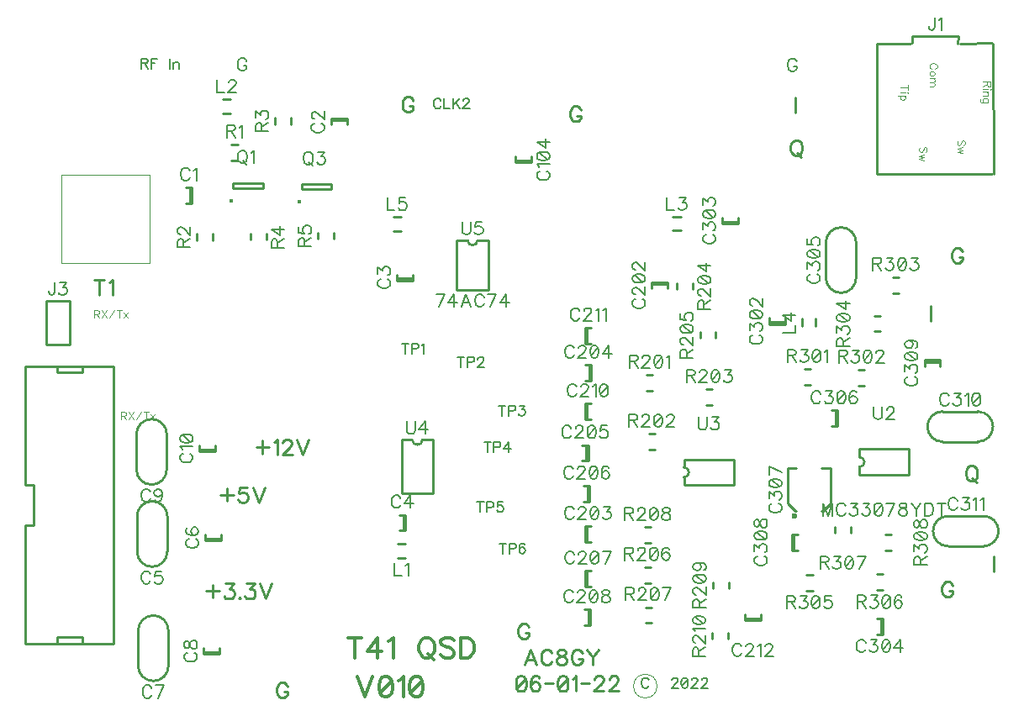
<source format=gbr>
G04 DipTrace 3.3.1.1*
G04 TopSilk.gbr*
%MOIN*%
G04 #@! TF.FileFunction,Legend,Top*
G04 #@! TF.Part,Single*
%ADD10C,0.009843*%
%ADD12C,0.003*%
%ADD20C,0.001312*%
%ADD25C,0.023616*%
%ADD37C,0.015404*%
%ADD85C,0.00772*%
%ADD86C,0.009264*%
%ADD87C,0.012351*%
%ADD88C,0.006176*%
%ADD89C,0.004632*%
%FSLAX26Y26*%
G04*
G70*
G90*
G75*
G01*
G04 TopSilk*
%LPD*%
X1054765Y2539512D2*
D10*
Y2476583D1*
X1062214Y2539512D2*
Y2476583D1*
Y2539512D2*
X1038655D1*
X1062214Y2476583D2*
X1038655D1*
X1614501Y2804156D2*
X1677430D1*
X1614501Y2811605D2*
X1677430D1*
X1614501D2*
Y2788046D1*
X1677430Y2811605D2*
Y2788046D1*
X1939780Y2177701D2*
X1876850D1*
X1939780Y2170252D2*
X1876850D1*
X1939780D2*
Y2193811D1*
X1876850Y2170252D2*
Y2193811D1*
X1902415Y1240702D2*
Y1177773D1*
X1909864Y1240702D2*
Y1177773D1*
Y1240702D2*
X1886304D1*
X1909864Y1177773D2*
X1886304D1*
X845717Y1234306D2*
Y1094426D1*
X965717Y1234306D2*
Y1094426D1*
X845717D2*
G03X965717Y1094426I60000J-60D01*
G01*
Y1234306D2*
G03X845717Y1234306I-60000J60D01*
G01*
X1179575Y1145684D2*
X1116646D1*
X1179575Y1138235D2*
X1116646D1*
X1179575D2*
Y1161794D1*
X1116646Y1138235D2*
Y1161794D1*
X850106Y781262D2*
Y641382D1*
X970106Y781262D2*
Y641382D1*
X850106D2*
G03X970106Y641382I60000J-60D01*
G01*
Y781262D2*
G03X850106Y781262I-60000J60D01*
G01*
X1173512Y695984D2*
X1110583D1*
X1173512Y688535D2*
X1110583D1*
X1173512D2*
Y712094D1*
X1110583Y688535D2*
Y712094D1*
X843391Y1560045D2*
Y1420165D1*
X963391Y1560045D2*
Y1420165D1*
X843391D2*
G03X963391Y1420165I60000J-60D01*
G01*
Y1560045D2*
G03X843391Y1560045I-60000J60D01*
G01*
X1156332Y1499984D2*
X1093403D1*
X1156332Y1492535D2*
X1093403D1*
X1156332D2*
Y1516094D1*
X1093403Y1492535D2*
Y1516094D1*
X2410066Y2645370D2*
X2347136D1*
X2410066Y2637921D2*
X2347136D1*
X2410066D2*
Y2661480D1*
X2347136Y2637921D2*
Y2661480D1*
X2886941Y2156335D2*
X2949870D1*
X2886941Y2163783D2*
X2949870D1*
X2886941D2*
Y2140224D1*
X2949870Y2163783D2*
Y2140224D1*
X2628699Y1133098D2*
Y1196028D1*
X2621251Y1133098D2*
Y1196028D1*
Y1133098D2*
X2644810D1*
X2621251Y1196028D2*
X2644810D1*
X2639395Y1835790D2*
Y1772861D1*
X2646844Y1835790D2*
Y1772861D1*
Y1835790D2*
X2623285D1*
X2646844Y1772861D2*
X2623285D1*
X2626592Y1517260D2*
Y1454331D1*
X2634041Y1517260D2*
Y1454331D1*
Y1517260D2*
X2610482D1*
X2634041Y1454331D2*
X2610482D1*
X2632853Y1356178D2*
Y1293249D1*
X2640302Y1356178D2*
Y1293249D1*
Y1356178D2*
X2616743D1*
X2640302Y1293249D2*
X2616743D1*
X2630079Y955631D2*
Y1018560D1*
X2622630Y955631D2*
Y1018560D1*
Y955631D2*
X2646189D1*
X2622630Y1018560D2*
X2646189D1*
X2634400Y865614D2*
Y802685D1*
X2641849Y865614D2*
Y802685D1*
Y865614D2*
X2618290D1*
X2641849Y802685D2*
X2618290D1*
X2628416Y1619554D2*
Y1682483D1*
X2620967Y1619554D2*
Y1682483D1*
Y1619554D2*
X2644526D1*
X2620967Y1682483D2*
X2644526D1*
X2630046Y1920650D2*
Y1983579D1*
X2622597Y1920650D2*
Y1983579D1*
Y1920650D2*
X2646156D1*
X2622597Y1983579D2*
X2646156D1*
X3318717Y829092D2*
X3255787D1*
X3318717Y821643D2*
X3255787D1*
X3318717D2*
Y845202D1*
X3255787Y821643D2*
Y845202D1*
X3414873Y2004828D2*
X3351944D1*
X3414873Y1997379D2*
X3351944D1*
X3414873D2*
Y2020938D1*
X3351944Y1997379D2*
Y2020938D1*
X3229390Y2403383D2*
X3166461D1*
X3229390Y2395934D2*
X3166461D1*
X3229390D2*
Y2419493D1*
X3166461Y2395934D2*
Y2419493D1*
X3795029Y829492D2*
Y766563D1*
X3802478Y829492D2*
Y766563D1*
Y829492D2*
X3778919D1*
X3802478Y766563D2*
X3778919D1*
X3696833Y2180834D2*
Y2320714D1*
X3576833Y2180834D2*
Y2320714D1*
X3696833D2*
G03X3576833Y2320714I-60000J60D01*
G01*
Y2180834D2*
G03X3696833Y2180834I60000J-60D01*
G01*
X3614932Y1654739D2*
Y1591810D1*
X3622381Y1654739D2*
Y1591810D1*
Y1654739D2*
X3598822D1*
X3622381Y1591810D2*
X3598822D1*
X3424787Y1425230D2*
X3460220D1*
X3424787D2*
Y1285523D1*
X3454312Y1255935D2*
X3424787Y1285523D1*
X3454312Y1255935D2*
X3460220D1*
X3558646Y1425230D2*
X3594079D1*
Y1285523D1*
X3564554Y1255935D2*
X3594079Y1285523D1*
X3558646Y1255935D2*
X3564554D1*
D25*
X3452340Y1234301D3*
X3449091Y1100623D2*
D10*
Y1163552D1*
X3441642Y1100623D2*
Y1163552D1*
Y1100623D2*
X3465201D1*
X3441642Y1163552D2*
X3465201D1*
X3967470Y1846723D2*
X4030399D1*
X3967470Y1854172D2*
X4030399D1*
X3967470D2*
Y1830613D1*
X4030399Y1854172D2*
Y1830613D1*
X4039527Y1530285D2*
X4179407D1*
X4039527Y1650285D2*
X4179407D1*
Y1530285D2*
G03X4179407Y1650285I60J60000D01*
G01*
X4039527D2*
G03X4039527Y1530285I-60J-60000D01*
G01*
X4061548Y1115874D2*
X4201428D1*
X4061548Y1235874D2*
X4201428D1*
Y1115874D2*
G03X4201428Y1235874I60J60000D01*
G01*
X4061548D2*
G03X4061548Y1115874I-60J-60000D01*
G01*
X3919937Y3138424D2*
X3918131Y3111963D1*
X4097822Y3139739D2*
X3921234D1*
X3778778Y2593052D2*
X3779750Y3109060D1*
X4236713Y3111197D2*
X4109493Y3109882D1*
X4241900Y2593436D2*
X4240603Y3109882D1*
X3782344Y3108567D2*
X3910860Y3109882D1*
X4236713Y2591902D2*
X3782668Y2593052D1*
X4101713Y3139739D2*
X4100416Y3109882D1*
X484398Y2089495D2*
X578886D1*
Y1916266D1*
X484398D1*
Y2089495D1*
X1878152Y1070373D2*
X1909652D1*
X1878152Y1125491D2*
X1909652D1*
X1185161Y2833929D2*
X1216661D1*
X1185161Y2889047D2*
X1216661D1*
X2969728Y2367602D2*
X3001228D1*
X2969728Y2422720D2*
X3001228D1*
X3481698Y2019613D2*
Y1988113D1*
X3536816Y2019613D2*
Y1988113D1*
X1892203Y2421518D2*
X1860703D1*
X1892203Y2366400D2*
X1860703D1*
D37*
X1217795Y2486619D3*
X1226996Y2536761D2*
D10*
X1345101D1*
Y2556446D1*
X1226996D1*
Y2536761D1*
D37*
X1489066Y2481043D3*
X1498267Y2531185D2*
D10*
X1616371D1*
Y2550870D1*
X1498267D1*
Y2531185D1*
X1220587Y2646761D2*
X1244146D1*
X1220587Y2709690D2*
X1244146D1*
X1083142Y2354314D2*
Y2330755D1*
X1146071Y2354314D2*
Y2330755D1*
X1393601Y2814273D2*
Y2790714D1*
X1456530Y2814273D2*
Y2790714D1*
X1294895Y2354948D2*
Y2331388D1*
X1357824Y2354948D2*
Y2331388D1*
X1563587Y2358560D2*
Y2335001D1*
X1626516Y2358560D2*
Y2335001D1*
X2865445Y1733807D2*
X2889004D1*
X2865445Y1796736D2*
X2889004D1*
X2875134Y1499409D2*
X2898693D1*
X2875134Y1562339D2*
X2898693D1*
X3102846Y1676049D2*
X3126406D1*
X3102846Y1738978D2*
X3126406D1*
X3048744Y2136917D2*
Y2160476D1*
X2985815Y2136917D2*
Y2160476D1*
X3140445Y1942072D2*
Y1965631D1*
X3077516Y1942072D2*
Y1965631D1*
X2857402Y970444D2*
X2880961D1*
X2857402Y1033373D2*
X2880961D1*
X2861293Y811202D2*
X2884852D1*
X2861293Y874131D2*
X2884852D1*
X2858084Y1128951D2*
X2881643D1*
X2858084Y1191881D2*
X2881643D1*
X3190743Y949694D2*
Y973253D1*
X3127814Y949694D2*
Y973253D1*
X3188455Y748381D2*
Y771940D1*
X3125526Y748381D2*
Y771940D1*
X3492786Y1755542D2*
X3516345D1*
X3492786Y1818471D2*
X3516345D1*
X3705883Y1754001D2*
X3729442D1*
X3705883Y1816930D2*
X3729442D1*
X3865755Y2183140D2*
X3842196D1*
X3865755Y2120211D2*
X3842196D1*
X3768656Y1967479D2*
X3792215D1*
X3768656Y2030408D2*
X3792215D1*
X3500626Y939819D2*
X3524185D1*
X3500626Y1002748D2*
X3524185D1*
X3778954Y941883D2*
X3802513D1*
X3778954Y1004812D2*
X3802513D1*
X3675770Y1167469D2*
Y1191028D1*
X3612841Y1167469D2*
Y1191028D1*
X3811904Y1099585D2*
X3835463D1*
X3811904Y1162514D2*
X3835463D1*
X3709767Y1398545D2*
X3906621D1*
X3709767Y1500922D2*
X3906621D1*
Y1398545D2*
Y1500922D1*
X3709767Y1430039D2*
Y1398545D1*
Y1469428D2*
Y1500922D1*
Y1430039D2*
G03X3709767Y1469428I-9J19694D01*
G01*
X3014278Y1357942D2*
X3211132D1*
X3014278Y1460318D2*
X3211132D1*
Y1357942D2*
Y1460318D1*
X3014278Y1389435D2*
Y1357942D1*
Y1428824D2*
Y1460318D1*
Y1389435D2*
G03X3014278Y1428824I-9J19694D01*
G01*
X1894036Y1537826D2*
Y1325226D1*
X2020008Y1537826D2*
Y1325226D1*
X1894036D2*
X2020008D1*
X1894036Y1537826D2*
X1937334D1*
X1976711D2*
X2020008D1*
X1937334D2*
G03X1976711Y1537826I19689J23D01*
G01*
X2113202Y2329531D2*
Y2132679D1*
X2239171Y2329531D2*
Y2132679D1*
X2113202D2*
X2239171D1*
X2113202Y2329531D2*
X2156498D1*
X2195875D2*
X2239171D1*
X2156498D2*
G03X2195875Y2329531I19688J3D01*
G01*
X547293Y2587932D2*
D20*
X897293D1*
Y2237932D1*
X547293D1*
Y2587932D1*
X528938Y1804564D2*
D10*
Y1829865D1*
X629038Y1804564D2*
X528938D1*
X629038D2*
Y1829865D1*
X528938Y729865D2*
Y755165D1*
X629038D2*
X528938D1*
X629038Y729865D2*
Y755165D1*
X753988Y729865D2*
X403988D1*
X753988Y1829865D2*
X403988D1*
X753988Y729865D2*
Y1829865D1*
X434088Y1360165D2*
X403988D1*
X434088Y1199564D2*
Y1360165D1*
Y1199564D2*
X403988D1*
Y729865D2*
Y1199564D1*
Y1360165D2*
Y1829865D1*
X2813869Y561060D2*
D12*
G02X2813869Y561060I46869J0D01*
G01*
X1054653Y2604765D2*
D85*
X1052276Y2609518D1*
X1047468Y2614327D1*
X1042715Y2616703D1*
X1033153D1*
X1028345Y2614327D1*
X1023592Y2609518D1*
X1021160Y2604765D1*
X1018783Y2597580D1*
Y2585587D1*
X1021160Y2578457D1*
X1023592Y2573648D1*
X1028345Y2568895D1*
X1033153Y2566463D1*
X1042715D1*
X1047468Y2568895D1*
X1052276Y2573648D1*
X1054653Y2578457D1*
X1070092Y2607086D2*
X1074901Y2609518D1*
X1082086Y2616648D1*
Y2566463D1*
X1549248Y2793294D2*
X1544495Y2790918D1*
X1539686Y2786109D1*
X1537310Y2781356D1*
Y2771794D1*
X1539686Y2766986D1*
X1544495Y2762233D1*
X1549248Y2759801D1*
X1556433Y2757424D1*
X1568426D1*
X1575556Y2759801D1*
X1580365Y2762233D1*
X1585118Y2766986D1*
X1587550Y2771794D1*
Y2781356D1*
X1585118Y2786109D1*
X1580365Y2790918D1*
X1575556Y2793294D1*
X1549303Y2811165D2*
X1546927D1*
X1542118Y2813542D1*
X1539742Y2815918D1*
X1537365Y2820727D1*
Y2830289D1*
X1539742Y2835042D1*
X1542118Y2837418D1*
X1546927Y2839850D1*
X1551680D1*
X1556488Y2837418D1*
X1563618Y2832665D1*
X1587550Y2808733D1*
Y2842227D1*
X1811597Y2175500D2*
X1806844Y2173124D1*
X1802035Y2168315D1*
X1799659Y2163562D1*
Y2154000D1*
X1802035Y2149192D1*
X1806844Y2144439D1*
X1811597Y2142007D1*
X1818782Y2139630D1*
X1830776D1*
X1837905Y2142007D1*
X1842714Y2144439D1*
X1847467Y2149192D1*
X1849899Y2154000D1*
Y2163562D1*
X1847467Y2168315D1*
X1842714Y2173124D1*
X1837905Y2175500D1*
X1799714Y2195748D2*
Y2222001D1*
X1818837Y2207686D1*
Y2214871D1*
X1821214Y2219624D1*
X1823591Y2222001D1*
X1830776Y2224433D1*
X1835529D1*
X1842714Y2222001D1*
X1847522Y2217248D1*
X1849899Y2210063D1*
Y2202878D1*
X1847522Y2195748D1*
X1845090Y2193371D1*
X1840337Y2190939D1*
X1890364Y1305955D2*
X1887988Y1310709D1*
X1883179Y1315517D1*
X1878426Y1317894D1*
X1868865D1*
X1864056Y1315517D1*
X1859303Y1310709D1*
X1856871Y1305955D1*
X1854494Y1298770D1*
Y1286777D1*
X1856871Y1279647D1*
X1859303Y1274839D1*
X1864056Y1270086D1*
X1868865Y1267654D1*
X1878426D1*
X1883179Y1270086D1*
X1887988Y1274839D1*
X1890364Y1279647D1*
X1929735Y1267654D2*
Y1317838D1*
X1905804Y1284400D1*
X1941674D1*
X899185Y1005469D2*
X896809Y1010222D1*
X892000Y1015031D1*
X887247Y1017407D1*
X877685D1*
X872877Y1015031D1*
X868124Y1010222D1*
X865692Y1005469D1*
X863315Y998284D1*
Y986291D1*
X865692Y979161D1*
X868124Y974352D1*
X872877Y969599D1*
X877685Y967167D1*
X887247D1*
X892000Y969599D1*
X896809Y974352D1*
X899185Y979161D1*
X943309Y1017352D2*
X919433D1*
X917056Y995852D1*
X919433Y998229D1*
X926618Y1000661D1*
X933748D1*
X940933Y998229D1*
X945741Y993476D1*
X948118Y986291D1*
Y981538D1*
X945741Y974352D1*
X940933Y969544D1*
X933748Y967167D1*
X926618D1*
X919433Y969544D1*
X917056Y971976D1*
X914624Y976729D1*
X1051392Y1144699D2*
X1046639Y1142323D1*
X1041831Y1137514D1*
X1039454Y1132761D1*
Y1123199D1*
X1041831Y1118391D1*
X1046639Y1113638D1*
X1051392Y1111206D1*
X1058577Y1108829D1*
X1070571D1*
X1077701Y1111206D1*
X1082509Y1113638D1*
X1087262Y1118391D1*
X1089694Y1123199D1*
Y1132761D1*
X1087262Y1137514D1*
X1082509Y1142322D1*
X1077701Y1144699D1*
X1046639Y1188823D2*
X1041886Y1186447D1*
X1039509Y1179262D1*
Y1174508D1*
X1041886Y1167323D1*
X1049071Y1162515D1*
X1061009Y1160138D1*
X1072947D1*
X1082509Y1162515D1*
X1087318Y1167323D1*
X1089694Y1174508D1*
Y1176885D1*
X1087318Y1184015D1*
X1082509Y1188823D1*
X1075324Y1191200D1*
X1072947D1*
X1065762Y1188823D1*
X1061009Y1184015D1*
X1058633Y1176885D1*
Y1174508D1*
X1061009Y1167323D1*
X1065762Y1162515D1*
X1072947Y1160138D1*
X903575Y552425D2*
X901198Y557178D1*
X896390Y561986D1*
X891637Y564363D1*
X882075D1*
X877267Y561986D1*
X872513Y557178D1*
X870082Y552425D1*
X867705Y545240D1*
Y533246D1*
X870082Y526116D1*
X872513Y521308D1*
X877267Y516555D1*
X882075Y514123D1*
X891637D1*
X896390Y516555D1*
X901198Y521308D1*
X903575Y526116D1*
X928576Y514123D2*
X952508Y564308D1*
X919014D1*
X1045329Y693811D2*
X1040576Y691435D1*
X1035768Y686626D1*
X1033391Y681873D1*
Y672312D1*
X1035768Y667503D1*
X1040576Y662750D1*
X1045329Y660318D1*
X1052514Y657941D1*
X1064508D1*
X1071638Y660318D1*
X1076446Y662750D1*
X1081199Y667503D1*
X1083631Y672312D1*
Y681873D1*
X1081199Y686626D1*
X1076446Y691435D1*
X1071638Y693811D1*
X1033446Y721189D2*
X1035823Y714059D1*
X1040576Y711627D1*
X1045385D1*
X1050138Y714059D1*
X1052570Y718812D1*
X1054946Y728374D1*
X1057323Y735559D1*
X1062131Y740312D1*
X1066884Y742689D1*
X1074070D1*
X1078823Y740312D1*
X1081255Y737935D1*
X1083631Y730750D1*
Y721189D1*
X1081255Y714059D1*
X1078823Y711627D1*
X1074070Y709251D1*
X1066884D1*
X1062131Y711627D1*
X1057323Y716436D1*
X1054946Y723565D1*
X1052570Y733127D1*
X1050138Y737935D1*
X1045385Y740312D1*
X1040576D1*
X1035823Y737935D1*
X1033446Y730750D1*
Y721189D1*
X898048Y1331208D2*
X895671Y1335961D1*
X890863Y1340770D1*
X886110Y1343146D1*
X876548D1*
X871740Y1340770D1*
X866987Y1335961D1*
X864555Y1331208D1*
X862178Y1324023D1*
Y1312030D1*
X864555Y1304900D1*
X866987Y1300091D1*
X871740Y1295338D1*
X876548Y1292906D1*
X886110D1*
X890863Y1295338D1*
X895671Y1300091D1*
X898048Y1304900D1*
X944604Y1326400D2*
X942172Y1319215D1*
X937419Y1314406D1*
X930234Y1312030D1*
X927857D1*
X920672Y1314406D1*
X915919Y1319215D1*
X913487Y1326400D1*
Y1328776D1*
X915919Y1335961D1*
X920672Y1340714D1*
X927857Y1343091D1*
X930234D1*
X937419Y1340714D1*
X942172Y1335961D1*
X944604Y1326400D1*
Y1314406D1*
X942172Y1302468D1*
X937419Y1295283D1*
X930234Y1292906D1*
X925481D1*
X918296Y1295283D1*
X915919Y1300091D1*
X1028150Y1484067D2*
X1023396Y1481691D1*
X1018588Y1476882D1*
X1016211Y1472129D1*
Y1462568D1*
X1018588Y1457759D1*
X1023396Y1453006D1*
X1028150Y1450574D1*
X1035335Y1448197D1*
X1047328D1*
X1054458Y1450574D1*
X1059266Y1453006D1*
X1064020Y1457759D1*
X1066451Y1462567D1*
Y1472129D1*
X1064020Y1476882D1*
X1059266Y1481691D1*
X1054458Y1484067D1*
X1025828Y1499507D2*
X1023396Y1504315D1*
X1016267Y1511500D1*
X1066451D1*
X1016267Y1541309D2*
X1018643Y1534124D1*
X1025828Y1529316D1*
X1037766Y1526939D1*
X1044952D1*
X1056890Y1529316D1*
X1064075Y1534124D1*
X1066451Y1541309D1*
Y1546063D1*
X1064075Y1553248D1*
X1056890Y1558001D1*
X1044952Y1560433D1*
X1037766D1*
X1025828Y1558001D1*
X1018643Y1553248D1*
X1016267Y1546063D1*
Y1541309D1*
X1025828Y1558001D2*
X1056890Y1529316D1*
X2442931Y2603799D2*
X2438178Y2601422D1*
X2433369Y2596614D1*
X2430993Y2591860D1*
Y2582299D1*
X2433369Y2577490D1*
X2438178Y2572737D1*
X2442931Y2570305D1*
X2450116Y2567929D1*
X2462110D1*
X2469239Y2570305D1*
X2474048Y2572737D1*
X2478801Y2577490D1*
X2481233Y2582299D1*
Y2591860D1*
X2478801Y2596614D1*
X2474048Y2601422D1*
X2469239Y2603799D1*
X2440610Y2619238D2*
X2438178Y2624046D1*
X2431048Y2631231D1*
X2481233D1*
X2431048Y2661041D2*
X2433425Y2653856D1*
X2440610Y2649047D1*
X2452548Y2646671D1*
X2459733D1*
X2471671Y2649047D1*
X2478856Y2653856D1*
X2481233Y2661041D1*
Y2665794D1*
X2478856Y2672979D1*
X2471671Y2677732D1*
X2459733Y2680164D1*
X2452548D1*
X2440610Y2677732D1*
X2433425Y2672979D1*
X2431048Y2665794D1*
Y2661041D1*
X2440610Y2677732D2*
X2471671Y2649047D1*
X2481233Y2719535D2*
X2431048D1*
X2464486Y2695603D1*
Y2731473D1*
X2821688Y2096540D2*
X2816934Y2094164D1*
X2812126Y2089355D1*
X2809749Y2084602D1*
Y2075040D1*
X2812126Y2070232D1*
X2816934Y2065479D1*
X2821688Y2063047D1*
X2828873Y2060670D1*
X2840866D1*
X2847996Y2063047D1*
X2852804Y2065479D1*
X2857558Y2070232D1*
X2859989Y2075040D1*
Y2084602D1*
X2857558Y2089355D1*
X2852804Y2094163D1*
X2847996Y2096540D1*
X2821743Y2114411D2*
X2819366D1*
X2814558Y2116788D1*
X2812181Y2119164D1*
X2809805Y2123973D1*
Y2133534D1*
X2812181Y2138288D1*
X2814558Y2140664D1*
X2819366Y2143096D1*
X2824120D1*
X2828928Y2140664D1*
X2836058Y2135911D1*
X2859989Y2111979D1*
Y2145473D1*
X2809805Y2175282D2*
X2812181Y2168097D1*
X2819366Y2163288D1*
X2831305Y2160912D1*
X2838490D1*
X2850428Y2163288D1*
X2857613Y2168097D1*
X2859989Y2175282D1*
Y2180035D1*
X2857613Y2187220D1*
X2850428Y2191973D1*
X2838490Y2194405D1*
X2831305D1*
X2819366Y2191973D1*
X2812181Y2187220D1*
X2809805Y2180035D1*
Y2175282D1*
X2819366Y2191973D2*
X2850428Y2163288D1*
X2821743Y2212276D2*
X2819366D1*
X2814558Y2214653D1*
X2812181Y2217029D1*
X2809805Y2221838D1*
Y2231400D1*
X2812181Y2236153D1*
X2814558Y2238529D1*
X2819366Y2240961D1*
X2824119D1*
X2828928Y2238529D1*
X2836058Y2233776D1*
X2859989Y2209844D1*
Y2243338D1*
X2577566Y1261281D2*
X2575190Y1266034D1*
X2570381Y1270843D1*
X2565628Y1273219D1*
X2556066D1*
X2551258Y1270843D1*
X2546505Y1266034D1*
X2544073Y1261281D1*
X2541696Y1254096D1*
Y1242102D1*
X2544073Y1234973D1*
X2546505Y1230164D1*
X2551258Y1225411D1*
X2556066Y1222979D1*
X2565628D1*
X2570381Y1225411D1*
X2575190Y1230164D1*
X2577566Y1234973D1*
X2595437Y1261226D2*
Y1263602D1*
X2597814Y1268411D1*
X2600191Y1270787D1*
X2604999Y1273164D1*
X2614561D1*
X2619314Y1270787D1*
X2621690Y1268411D1*
X2624122Y1263602D1*
Y1258849D1*
X2621690Y1254041D1*
X2616937Y1246911D1*
X2593006Y1222979D1*
X2626499D1*
X2656308Y1273164D2*
X2649123Y1270787D1*
X2644315Y1263602D1*
X2641938Y1251664D1*
Y1244479D1*
X2644315Y1232541D1*
X2649123Y1225356D1*
X2656308Y1222979D1*
X2661061D1*
X2668246Y1225356D1*
X2673000Y1232541D1*
X2675431Y1244479D1*
Y1251664D1*
X2673000Y1263602D1*
X2668246Y1270787D1*
X2661061Y1273164D1*
X2656308D1*
X2673000Y1263602D2*
X2644315Y1232541D1*
X2695679Y1273164D2*
X2721932D1*
X2707617Y1254041D1*
X2714802D1*
X2719556Y1251664D1*
X2721932Y1249287D1*
X2724364Y1242102D1*
Y1237349D1*
X2721932Y1230164D1*
X2717179Y1225356D1*
X2709994Y1222979D1*
X2702809D1*
X2695679Y1225356D1*
X2693303Y1227788D1*
X2690871Y1232541D1*
X2578412Y1901043D2*
X2576036Y1905797D1*
X2571227Y1910605D1*
X2566474Y1912982D1*
X2556912D1*
X2552104Y1910605D1*
X2547351Y1905797D1*
X2544919Y1901043D1*
X2542542Y1893858D1*
Y1881865D1*
X2544919Y1874735D1*
X2547351Y1869927D1*
X2552104Y1865173D1*
X2556912Y1862742D1*
X2566474D1*
X2571227Y1865173D1*
X2576036Y1869927D1*
X2578412Y1874735D1*
X2596283Y1900988D2*
Y1903365D1*
X2598660Y1908173D1*
X2601036Y1910550D1*
X2605845Y1912926D1*
X2615406D1*
X2620160Y1910550D1*
X2622536Y1908173D1*
X2624968Y1903365D1*
Y1898612D1*
X2622536Y1893803D1*
X2617783Y1886673D1*
X2593851Y1862742D1*
X2627345D1*
X2657154Y1912926D2*
X2649969Y1910550D1*
X2645161Y1903365D1*
X2642784Y1891426D1*
Y1884241D1*
X2645161Y1872303D1*
X2649969Y1865118D1*
X2657154Y1862742D1*
X2661907D1*
X2669092Y1865118D1*
X2673845Y1872303D1*
X2676277Y1884241D1*
Y1891426D1*
X2673845Y1903365D1*
X2669092Y1910550D1*
X2661907Y1912926D1*
X2657154D1*
X2673845Y1903365D2*
X2645161Y1872303D1*
X2715648Y1862742D2*
Y1912926D1*
X2691717Y1879488D1*
X2727586D1*
X2566797Y1582513D2*
X2564421Y1587266D1*
X2559612Y1592075D1*
X2554859Y1594451D1*
X2545297D1*
X2540489Y1592075D1*
X2535736Y1587266D1*
X2533304Y1582513D1*
X2530927Y1575328D1*
Y1563335D1*
X2533304Y1556205D1*
X2535736Y1551396D1*
X2540489Y1546643D1*
X2545297Y1544211D1*
X2554859D1*
X2559612Y1546643D1*
X2564421Y1551396D1*
X2566797Y1556205D1*
X2584668Y1582458D2*
Y1584835D1*
X2587045Y1589643D1*
X2589422Y1592020D1*
X2594230Y1594396D1*
X2603792D1*
X2608545Y1592020D1*
X2610921Y1589643D1*
X2613353Y1584835D1*
Y1580081D1*
X2610921Y1575273D1*
X2606168Y1568143D1*
X2582236Y1544211D1*
X2615730D1*
X2645539Y1594396D2*
X2638354Y1592020D1*
X2633546Y1584835D1*
X2631169Y1572896D1*
Y1565711D1*
X2633546Y1553773D1*
X2638354Y1546588D1*
X2645539Y1544211D1*
X2650292D1*
X2657477Y1546588D1*
X2662231Y1553773D1*
X2664662Y1565711D1*
Y1572896D1*
X2662231Y1584835D1*
X2657477Y1592020D1*
X2650292Y1594396D1*
X2645539D1*
X2662231Y1584835D2*
X2633546Y1553773D1*
X2708787Y1594396D2*
X2684910D1*
X2682534Y1572896D1*
X2684910Y1575273D1*
X2692095Y1577705D1*
X2699225D1*
X2706410Y1575273D1*
X2711218Y1570520D1*
X2713595Y1563335D1*
Y1558581D1*
X2711218Y1551396D1*
X2706410Y1546588D1*
X2699225Y1544211D1*
X2692095D1*
X2684910Y1546588D1*
X2682534Y1549020D1*
X2680102Y1553773D1*
X2574274Y1421432D2*
X2571898Y1426185D1*
X2567089Y1430993D1*
X2562336Y1433370D1*
X2552774D1*
X2547966Y1430993D1*
X2543213Y1426185D1*
X2540781Y1421432D1*
X2538404Y1414247D1*
Y1402253D1*
X2540781Y1395124D1*
X2543213Y1390315D1*
X2547966Y1385562D1*
X2552774Y1383130D1*
X2562336D1*
X2567089Y1385562D1*
X2571898Y1390315D1*
X2574274Y1395124D1*
X2592145Y1421377D2*
Y1423753D1*
X2594522Y1428562D1*
X2596899Y1430938D1*
X2601707Y1433315D1*
X2611269D1*
X2616022Y1430938D1*
X2618398Y1428562D1*
X2620830Y1423753D1*
Y1419000D1*
X2618398Y1414192D1*
X2613645Y1407062D1*
X2589714Y1383130D1*
X2623207D1*
X2653016Y1433315D2*
X2645831Y1430938D1*
X2641023Y1423753D1*
X2638646Y1411815D1*
Y1404630D1*
X2641023Y1392692D1*
X2645831Y1385507D1*
X2653016Y1383130D1*
X2657769D1*
X2664954Y1385507D1*
X2669708Y1392692D1*
X2672139Y1404630D1*
Y1411815D1*
X2669708Y1423753D1*
X2664954Y1430938D1*
X2657769Y1433315D1*
X2653016D1*
X2669708Y1423753D2*
X2641023Y1392692D1*
X2716264Y1426185D2*
X2713887Y1430938D1*
X2706702Y1433315D1*
X2701949D1*
X2694764Y1430938D1*
X2689955Y1423753D1*
X2687579Y1411815D1*
Y1399877D1*
X2689955Y1390315D1*
X2694764Y1385507D1*
X2701949Y1383130D1*
X2704325D1*
X2711455Y1385507D1*
X2716264Y1390315D1*
X2718640Y1397500D1*
Y1399877D1*
X2716264Y1407062D1*
X2711455Y1411815D1*
X2704325Y1414192D1*
X2701949D1*
X2694764Y1411815D1*
X2689955Y1407062D1*
X2687579Y1399877D1*
X2578946Y1083814D2*
X2576569Y1088567D1*
X2571760Y1093375D1*
X2567007Y1095752D1*
X2557446D1*
X2552637Y1093375D1*
X2547884Y1088567D1*
X2545452Y1083814D1*
X2543076Y1076629D1*
Y1064635D1*
X2545452Y1057505D1*
X2547884Y1052697D1*
X2552637Y1047944D1*
X2557446Y1045512D1*
X2567007D1*
X2571760Y1047944D1*
X2576569Y1052697D1*
X2578946Y1057505D1*
X2596817Y1083758D2*
Y1086135D1*
X2599193Y1090943D1*
X2601570Y1093320D1*
X2606378Y1095697D1*
X2615940D1*
X2620693Y1093320D1*
X2623070Y1090943D1*
X2625502Y1086135D1*
Y1081382D1*
X2623070Y1076573D1*
X2618316Y1069444D1*
X2594385Y1045512D1*
X2627878D1*
X2657687Y1095697D2*
X2650502Y1093320D1*
X2645694Y1086135D1*
X2643317Y1074197D1*
Y1067012D1*
X2645694Y1055074D1*
X2650502Y1047889D1*
X2657687Y1045512D1*
X2662441D1*
X2669626Y1047889D1*
X2674379Y1055074D1*
X2676811Y1067012D1*
Y1074197D1*
X2674379Y1086135D1*
X2669626Y1093320D1*
X2662441Y1095697D1*
X2657687D1*
X2674379Y1086135D2*
X2645694Y1055074D1*
X2701812Y1045512D2*
X2725743Y1095697D1*
X2692250D1*
X2574633Y930868D2*
X2572257Y935621D1*
X2567448Y940429D1*
X2562695Y942806D1*
X2553133D1*
X2548325Y940429D1*
X2543572Y935621D1*
X2541140Y930868D1*
X2538763Y923682D1*
Y911689D1*
X2541140Y904559D1*
X2543572Y899751D1*
X2548325Y894998D1*
X2553133Y892566D1*
X2562695D1*
X2567448Y894998D1*
X2572257Y899751D1*
X2574633Y904559D1*
X2592504Y930812D2*
Y933189D1*
X2594881Y937997D1*
X2597258Y940374D1*
X2602066Y942750D1*
X2611628D1*
X2616381Y940374D1*
X2618757Y937997D1*
X2621189Y933189D1*
Y928436D1*
X2618757Y923627D1*
X2614004Y916497D1*
X2590073Y892566D1*
X2623566D1*
X2653375Y942750D2*
X2646190Y940374D1*
X2641382Y933189D1*
X2639005Y921251D1*
Y914066D1*
X2641382Y902127D1*
X2646190Y894942D1*
X2653375Y892566D1*
X2658128D1*
X2665313Y894942D1*
X2670067Y902127D1*
X2672498Y914066D1*
Y921251D1*
X2670067Y933189D1*
X2665313Y940374D1*
X2658128Y942750D1*
X2653375D1*
X2670067Y933189D2*
X2641382Y902127D1*
X2699876Y942750D2*
X2692746Y940374D1*
X2690314Y935621D1*
Y930812D1*
X2692746Y926059D1*
X2697499Y923627D1*
X2707061Y921251D1*
X2714246Y918874D1*
X2718999Y914066D1*
X2721376Y909312D1*
Y902127D1*
X2718999Y897374D1*
X2716623Y894942D1*
X2709438Y892566D1*
X2699876D1*
X2692746Y894942D1*
X2690314Y897374D1*
X2687938Y902127D1*
Y909312D1*
X2690314Y914066D1*
X2695123Y918874D1*
X2702252Y921251D1*
X2711814Y923627D1*
X2716623Y926059D1*
X2718999Y930812D1*
Y935621D1*
X2716623Y940374D1*
X2709438Y942750D1*
X2699876D1*
X2588033Y1747736D2*
X2585656Y1752489D1*
X2580848Y1757298D1*
X2576095Y1759675D1*
X2566533D1*
X2561724Y1757298D1*
X2556971Y1752489D1*
X2554539Y1747736D1*
X2552163Y1740551D1*
Y1728558D1*
X2554539Y1721428D1*
X2556971Y1716620D1*
X2561724Y1711866D1*
X2566533Y1709435D1*
X2576095D1*
X2580848Y1711866D1*
X2585656Y1716620D1*
X2588033Y1721428D1*
X2605904Y1747681D2*
Y1750058D1*
X2608280Y1754866D1*
X2610657Y1757243D1*
X2615465Y1759619D1*
X2625027D1*
X2629780Y1757243D1*
X2632157Y1754866D1*
X2634589Y1750058D1*
Y1745304D1*
X2632157Y1740496D1*
X2627404Y1733366D1*
X2603472Y1709435D1*
X2636965D1*
X2652405Y1750058D2*
X2657213Y1752489D1*
X2664398Y1759619D1*
Y1709435D1*
X2694207Y1759619D2*
X2687022Y1757243D1*
X2682214Y1750058D1*
X2679837Y1738119D1*
Y1730934D1*
X2682214Y1718996D1*
X2687022Y1711811D1*
X2694207Y1709435D1*
X2698961D1*
X2706146Y1711811D1*
X2710899Y1718996D1*
X2713331Y1730934D1*
Y1738119D1*
X2710899Y1750058D1*
X2706146Y1757243D1*
X2698961Y1759619D1*
X2694207D1*
X2710899Y1750058D2*
X2682214Y1718996D1*
X2600413Y2048832D2*
X2598036Y2053585D1*
X2593228Y2058394D1*
X2588474Y2060770D1*
X2578913D1*
X2574104Y2058394D1*
X2569351Y2053585D1*
X2566919Y2048832D1*
X2564543Y2041647D1*
Y2029654D1*
X2566919Y2022524D1*
X2569351Y2017715D1*
X2574104Y2012962D1*
X2578913Y2010530D1*
X2588474D1*
X2593228Y2012962D1*
X2598036Y2017715D1*
X2600413Y2022524D1*
X2618284Y2048777D2*
Y2051153D1*
X2620660Y2055962D1*
X2623037Y2058338D1*
X2627845Y2060715D1*
X2637407D1*
X2642160Y2058338D1*
X2644537Y2055962D1*
X2646969Y2051153D1*
Y2046400D1*
X2644537Y2041592D1*
X2639784Y2034462D1*
X2615852Y2010530D1*
X2649345D1*
X2664784Y2051153D2*
X2669593Y2053585D1*
X2676778Y2060715D1*
Y2010530D1*
X2692217Y2051153D2*
X2697026Y2053585D1*
X2704211Y2060715D1*
Y2010530D1*
X3242538Y717911D2*
X3240161Y722665D1*
X3235353Y727473D1*
X3230600Y729850D1*
X3221038D1*
X3216230Y727473D1*
X3211477Y722665D1*
X3209045Y717911D1*
X3206668Y710726D1*
Y698733D1*
X3209045Y691603D1*
X3211477Y686795D1*
X3216230Y682042D1*
X3221038Y679610D1*
X3230600D1*
X3235353Y682042D1*
X3240161Y686795D1*
X3242538Y691603D1*
X3260409Y717856D2*
Y720233D1*
X3262786Y725041D1*
X3265162Y727418D1*
X3269971Y729794D1*
X3279532D1*
X3284286Y727418D1*
X3286662Y725041D1*
X3289094Y720233D1*
Y715480D1*
X3286662Y710671D1*
X3281909Y703541D1*
X3257977Y679610D1*
X3291471D1*
X3306910Y720233D2*
X3311718Y722665D1*
X3318903Y729794D1*
Y679610D1*
X3336774Y717856D2*
Y720233D1*
X3339151Y725041D1*
X3341528Y727418D1*
X3346336Y729794D1*
X3355898D1*
X3360651Y727418D1*
X3363027Y725041D1*
X3365459Y720233D1*
Y715480D1*
X3363027Y710671D1*
X3358274Y703541D1*
X3334343Y679610D1*
X3367836D1*
X3286690Y1953695D2*
X3281937Y1951318D1*
X3277129Y1946510D1*
X3274752Y1941757D1*
Y1932195D1*
X3277129Y1927387D1*
X3281937Y1922634D1*
X3286690Y1920202D1*
X3293875Y1917825D1*
X3305869D1*
X3312999Y1920202D1*
X3317807Y1922634D1*
X3322560Y1927387D1*
X3324992Y1932195D1*
Y1941757D1*
X3322560Y1946510D1*
X3317807Y1951318D1*
X3312999Y1953695D1*
X3274807Y1973943D2*
Y2000196D1*
X3293931Y1985881D1*
Y1993066D1*
X3296307Y1997819D1*
X3298684Y2000196D1*
X3305869Y2002627D1*
X3310622D1*
X3317807Y2000196D1*
X3322615Y1995442D1*
X3324992Y1988257D1*
Y1981072D1*
X3322615Y1973943D1*
X3320184Y1971566D1*
X3315430Y1969134D1*
X3274807Y2032437D2*
X3277184Y2025252D1*
X3284369Y2020443D1*
X3296307Y2018067D1*
X3303492D1*
X3315430Y2020443D1*
X3322615Y2025252D1*
X3324992Y2032437D1*
Y2037190D1*
X3322615Y2044375D1*
X3315430Y2049128D1*
X3303492Y2051560D1*
X3296307D1*
X3284369Y2049128D1*
X3277184Y2044375D1*
X3274807Y2037190D1*
Y2032437D1*
X3284369Y2049128D2*
X3315430Y2020443D1*
X3286746Y2069431D2*
X3284369D1*
X3279560Y2071808D1*
X3277184Y2074184D1*
X3274807Y2078993D1*
Y2088554D1*
X3277184Y2093308D1*
X3279560Y2095684D1*
X3284369Y2098116D1*
X3289122D1*
X3293931Y2095684D1*
X3301060Y2090931D1*
X3324992Y2066999D1*
Y2100493D1*
X3101207Y2352250D2*
X3096454Y2349874D1*
X3091646Y2345065D1*
X3089269Y2340312D1*
Y2330750D1*
X3091646Y2325942D1*
X3096454Y2321189D1*
X3101207Y2318757D1*
X3108392Y2316380D1*
X3120386D1*
X3127516Y2318757D1*
X3132324Y2321189D1*
X3137077Y2325942D1*
X3139509Y2330750D1*
Y2340312D1*
X3137077Y2345065D1*
X3132324Y2349873D1*
X3127516Y2352250D1*
X3089324Y2372498D2*
Y2398751D1*
X3108448Y2384436D1*
Y2391621D1*
X3110824Y2396374D1*
X3113201Y2398751D1*
X3120386Y2401183D1*
X3125139D1*
X3132324Y2398751D1*
X3137132Y2393998D1*
X3139509Y2386813D1*
Y2379627D1*
X3137133Y2372498D1*
X3134701Y2370121D1*
X3129947Y2367689D1*
X3089324Y2430992D2*
X3091701Y2423807D1*
X3098886Y2418998D1*
X3110824Y2416622D1*
X3118009D1*
X3129947Y2418998D1*
X3137132Y2423807D1*
X3139509Y2430992D1*
Y2435745D1*
X3137132Y2442930D1*
X3129947Y2447683D1*
X3118009Y2450115D1*
X3110824D1*
X3098886Y2447683D1*
X3091701Y2442930D1*
X3089324Y2435745D1*
Y2430992D1*
X3098886Y2447683D2*
X3129947Y2418998D1*
X3089324Y2470363D2*
Y2496616D1*
X3108448Y2482301D1*
Y2489486D1*
X3110824Y2494239D1*
X3113201Y2496616D1*
X3120386Y2499048D1*
X3125139D1*
X3132324Y2496616D1*
X3137132Y2491863D1*
X3139509Y2484678D1*
Y2477493D1*
X3137132Y2470363D1*
X3134701Y2467986D1*
X3129947Y2465554D1*
X3734046Y733698D2*
X3731669Y738451D1*
X3726861Y743259D1*
X3722108Y745636D1*
X3712546D1*
X3707738Y743259D1*
X3702984Y738451D1*
X3700553Y733698D1*
X3698176Y726513D1*
Y714519D1*
X3700553Y707389D1*
X3702984Y702581D1*
X3707738Y697828D1*
X3712546Y695396D1*
X3722108D1*
X3726861Y697828D1*
X3731669Y702581D1*
X3734046Y707389D1*
X3754294Y745581D2*
X3780547D1*
X3766232Y726457D1*
X3773417D1*
X3778170Y724081D1*
X3780547Y721704D1*
X3782979Y714519D1*
Y709766D1*
X3780547Y702581D1*
X3775794Y697772D1*
X3768608Y695396D1*
X3761423D1*
X3754294Y697772D1*
X3751917Y700204D1*
X3749485Y704957D1*
X3812788Y745581D2*
X3805603Y743204D1*
X3800794Y736019D1*
X3798418Y724081D1*
Y716896D1*
X3800794Y704957D1*
X3805603Y697772D1*
X3812788Y695396D1*
X3817541D1*
X3824726Y697772D1*
X3829479Y704957D1*
X3831911Y716896D1*
Y724081D1*
X3829479Y736019D1*
X3824726Y743204D1*
X3817541Y745581D1*
X3812788D1*
X3829479Y736019D2*
X3800794Y704957D1*
X3871282Y695396D2*
Y745581D1*
X3847350Y712142D1*
X3883220D1*
X3515549Y2195310D2*
X3510795Y2192934D1*
X3505987Y2188125D1*
X3503610Y2183372D1*
Y2173811D1*
X3505987Y2169002D1*
X3510795Y2164249D1*
X3515548Y2161817D1*
X3522733Y2159441D1*
X3534727D1*
X3541857Y2161817D1*
X3546665Y2164249D1*
X3551418Y2169002D1*
X3553850Y2173811D1*
Y2183372D1*
X3551418Y2188125D1*
X3546665Y2192934D1*
X3541857Y2195310D1*
X3503666Y2215558D2*
Y2241811D1*
X3522789Y2227496D1*
Y2234681D1*
X3525165Y2239435D1*
X3527542Y2241811D1*
X3534727Y2244243D1*
X3539480D1*
X3546665Y2241811D1*
X3551474Y2237058D1*
X3553850Y2229873D1*
Y2222688D1*
X3551474Y2215558D1*
X3549042Y2213181D1*
X3544289Y2210750D1*
X3503666Y2274052D2*
X3506042Y2266867D1*
X3513227Y2262059D1*
X3525165Y2259682D1*
X3532350D1*
X3544289Y2262059D1*
X3551474Y2266867D1*
X3553850Y2274052D1*
Y2278805D1*
X3551474Y2285990D1*
X3544289Y2290744D1*
X3532350Y2293176D1*
X3525165D1*
X3513227Y2290744D1*
X3506042Y2285991D1*
X3503666Y2278805D1*
Y2274052D1*
X3513227Y2290744D2*
X3544289Y2262059D1*
X3503666Y2337300D2*
Y2313423D1*
X3525165Y2311047D1*
X3522789Y2313423D1*
X3520357Y2320608D1*
Y2327738D1*
X3522789Y2334923D1*
X3527542Y2339732D1*
X3534727Y2342108D1*
X3539480D1*
X3546665Y2339732D1*
X3551474Y2334923D1*
X3553850Y2327738D1*
Y2320608D1*
X3551474Y2313423D1*
X3549042Y2311047D1*
X3544289Y2308615D1*
X3556353Y1719992D2*
X3553976Y1724745D1*
X3549168Y1729554D1*
X3544415Y1731930D1*
X3534853D1*
X3530045Y1729554D1*
X3525292Y1724745D1*
X3522860Y1719992D1*
X3520483Y1712807D1*
Y1700814D1*
X3522860Y1693684D1*
X3525292Y1688875D1*
X3530045Y1684122D1*
X3534853Y1681690D1*
X3544415D1*
X3549168Y1684122D1*
X3553976Y1688875D1*
X3556353Y1693684D1*
X3576601Y1731875D2*
X3602854D1*
X3588539Y1712752D1*
X3595724D1*
X3600477Y1710375D1*
X3602854Y1707999D1*
X3605286Y1700814D1*
Y1696060D1*
X3602854Y1688875D1*
X3598101Y1684067D1*
X3590916Y1681690D1*
X3583731D1*
X3576601Y1684067D1*
X3574224Y1686499D1*
X3571792Y1691252D1*
X3635095Y1731875D2*
X3627910Y1729499D1*
X3623101Y1722314D1*
X3620725Y1710375D1*
Y1703190D1*
X3623101Y1691252D1*
X3627910Y1684067D1*
X3635095Y1681690D1*
X3639848D1*
X3647033Y1684067D1*
X3651786Y1691252D1*
X3654218Y1703190D1*
Y1710375D1*
X3651786Y1722314D1*
X3647033Y1729499D1*
X3639848Y1731875D1*
X3635095D1*
X3651786Y1722314D2*
X3623101Y1691252D1*
X3698342Y1724745D2*
X3695966Y1729499D1*
X3688781Y1731875D1*
X3684028D1*
X3676843Y1729499D1*
X3672034Y1722314D1*
X3669657Y1710375D1*
Y1698437D1*
X3672034Y1688875D1*
X3676843Y1684067D1*
X3684028Y1681690D1*
X3686404D1*
X3693534Y1684067D1*
X3698342Y1688875D1*
X3700719Y1696060D1*
Y1698437D1*
X3698342Y1705622D1*
X3693534Y1710375D1*
X3686404Y1712752D1*
X3684028D1*
X3676843Y1710375D1*
X3672034Y1705622D1*
X3669657Y1698437D1*
X3363503Y1285119D2*
X3358749Y1282742D1*
X3353941Y1277934D1*
X3351564Y1273181D1*
Y1263619D1*
X3353941Y1258811D1*
X3358749Y1254057D1*
X3363503Y1251626D1*
X3370688Y1249249D1*
X3382681D1*
X3389811Y1251626D1*
X3394619Y1254057D1*
X3399373Y1258811D1*
X3401804Y1263619D1*
Y1273181D1*
X3399373Y1277934D1*
X3394619Y1282742D1*
X3389811Y1285119D1*
X3351620Y1305367D2*
Y1331620D1*
X3370743Y1317305D1*
Y1324490D1*
X3373120Y1329243D1*
X3375496Y1331620D1*
X3382681Y1334051D1*
X3387434D1*
X3394619Y1331620D1*
X3399428Y1326866D1*
X3401804Y1319681D1*
Y1312496D1*
X3399428Y1305366D1*
X3396996Y1302990D1*
X3392243Y1300558D1*
X3351620Y1363861D2*
X3353996Y1356676D1*
X3361181Y1351867D1*
X3373119Y1349491D1*
X3380305D1*
X3392243Y1351867D1*
X3399428Y1356676D1*
X3401804Y1363861D1*
Y1368614D1*
X3399428Y1375799D1*
X3392243Y1380552D1*
X3380305Y1382984D1*
X3373119D1*
X3361181Y1380552D1*
X3353996Y1375799D1*
X3351620Y1368614D1*
Y1363861D1*
X3361181Y1380552D2*
X3392243Y1351867D1*
X3401804Y1407985D2*
X3351620Y1431917D1*
Y1398423D1*
X3305522Y1076652D2*
X3300769Y1074275D1*
X3295961Y1069467D1*
X3293584Y1064714D1*
Y1055152D1*
X3295961Y1050343D1*
X3300769Y1045590D1*
X3305522Y1043158D1*
X3312707Y1040782D1*
X3324701D1*
X3331831Y1043158D1*
X3336639Y1045590D1*
X3341392Y1050343D1*
X3343824Y1055152D1*
Y1064713D1*
X3341392Y1069467D1*
X3336639Y1074275D1*
X3331831Y1076652D1*
X3293639Y1096899D2*
Y1123152D1*
X3312763Y1108838D1*
Y1116023D1*
X3315139Y1120776D1*
X3317516Y1123152D1*
X3324701Y1125584D1*
X3329454D1*
X3336639Y1123152D1*
X3341447Y1118399D1*
X3343824Y1111214D1*
Y1104029D1*
X3341447Y1096899D1*
X3339016Y1094523D1*
X3334262Y1092091D1*
X3293639Y1155394D2*
X3296016Y1148209D1*
X3303201Y1143400D1*
X3315139Y1141024D1*
X3322324Y1141023D1*
X3334262Y1143400D1*
X3341447Y1148209D1*
X3343824Y1155394D1*
Y1160147D1*
X3341447Y1167332D1*
X3334262Y1172085D1*
X3322324Y1174517D1*
X3315139D1*
X3303201Y1172085D1*
X3296016Y1167332D1*
X3293639Y1160147D1*
Y1155394D1*
X3303201Y1172085D2*
X3334262Y1143400D1*
X3293639Y1201894D2*
X3296016Y1194765D1*
X3300769Y1192333D1*
X3305578D1*
X3310331Y1194765D1*
X3312763Y1199518D1*
X3315139Y1209079D1*
X3317516Y1216264D1*
X3322324Y1221018D1*
X3327077Y1223394D1*
X3334262D1*
X3339016Y1221018D1*
X3341447Y1218641D1*
X3343824Y1211456D1*
Y1201894D1*
X3341447Y1194765D1*
X3339016Y1192333D1*
X3334262Y1189956D1*
X3327077D1*
X3322324Y1192333D1*
X3317516Y1197141D1*
X3315139Y1204271D1*
X3312763Y1213833D1*
X3310331Y1218641D1*
X3305578Y1221018D1*
X3300769D1*
X3296016Y1218641D1*
X3293639Y1211456D1*
Y1201894D1*
X3902217Y1788117D2*
X3897463Y1785740D1*
X3892655Y1780932D1*
X3890278Y1776179D1*
Y1766617D1*
X3892655Y1761809D1*
X3897463Y1757055D1*
X3902216Y1754624D1*
X3909401Y1752247D1*
X3921395D1*
X3928525Y1754624D1*
X3933333Y1757055D1*
X3938086Y1761809D1*
X3940518Y1766617D1*
Y1776179D1*
X3938086Y1780932D1*
X3933333Y1785740D1*
X3928525Y1788117D1*
X3890334Y1808365D2*
Y1834618D1*
X3909457Y1820303D1*
Y1827488D1*
X3911833Y1832241D1*
X3914210Y1834618D1*
X3921395Y1837049D1*
X3926148D1*
X3933333Y1834618D1*
X3938142Y1829864D1*
X3940518Y1822679D1*
Y1815494D1*
X3938142Y1808364D1*
X3935710Y1805988D1*
X3930957Y1803556D1*
X3890334Y1866859D2*
X3892710Y1859674D1*
X3899895Y1854865D1*
X3911833Y1852489D1*
X3919018D1*
X3930957Y1854865D1*
X3938142Y1859674D1*
X3940518Y1866859D1*
Y1871612D1*
X3938142Y1878797D1*
X3930957Y1883550D1*
X3919018Y1885982D1*
X3911833D1*
X3899895Y1883550D1*
X3892710Y1878797D1*
X3890334Y1871612D1*
Y1866859D1*
X3899895Y1883550D2*
X3930957Y1854865D1*
X3907025Y1932538D2*
X3914210Y1930106D1*
X3919018Y1925353D1*
X3921395Y1918168D1*
Y1915791D1*
X3919018Y1908606D1*
X3914210Y1903853D1*
X3907025Y1901421D1*
X3904648D1*
X3897463Y1903853D1*
X3892710Y1908606D1*
X3890334Y1915791D1*
Y1918168D1*
X3892710Y1925353D1*
X3897463Y1930106D1*
X3907025Y1932538D1*
X3919018D1*
X3930957Y1930106D1*
X3938142Y1925353D1*
X3940518Y1918168D1*
Y1913415D1*
X3938142Y1906230D1*
X3933333Y1903853D1*
X4064753Y1711570D2*
X4062377Y1716323D1*
X4057568Y1721131D1*
X4052815Y1723508D1*
X4043253D1*
X4038445Y1721131D1*
X4033692Y1716323D1*
X4031260Y1711570D1*
X4028883Y1704385D1*
Y1692391D1*
X4031260Y1685261D1*
X4033692Y1680453D1*
X4038445Y1675700D1*
X4043253Y1673268D1*
X4052815D1*
X4057568Y1675700D1*
X4062377Y1680453D1*
X4064753Y1685261D1*
X4085001Y1723453D2*
X4111254D1*
X4096939Y1704329D1*
X4104124D1*
X4108877Y1701953D1*
X4111254Y1699576D1*
X4113686Y1692391D1*
Y1687638D1*
X4111254Y1680453D1*
X4106501Y1675644D1*
X4099316Y1673268D1*
X4092131D1*
X4085001Y1675644D1*
X4082624Y1678076D1*
X4080192Y1682830D1*
X4129125Y1713891D2*
X4133933Y1716323D1*
X4141119Y1723453D1*
Y1673268D1*
X4170928Y1723453D2*
X4163743Y1721076D1*
X4158934Y1713891D1*
X4156558Y1701953D1*
Y1694768D1*
X4158934Y1682830D1*
X4163743Y1675644D1*
X4170928Y1673268D1*
X4175681D1*
X4182866Y1675644D1*
X4187619Y1682830D1*
X4190051Y1694768D1*
Y1701953D1*
X4187619Y1713891D1*
X4182866Y1721076D1*
X4175681Y1723453D1*
X4170928D1*
X4187619Y1713891D2*
X4158934Y1682830D1*
X4097524Y1297159D2*
X4095148Y1301912D1*
X4090339Y1306721D1*
X4085586Y1309097D1*
X4076024D1*
X4071216Y1306721D1*
X4066463Y1301912D1*
X4064031Y1297159D1*
X4061654Y1289974D1*
Y1277980D1*
X4064031Y1270851D1*
X4066463Y1266042D1*
X4071216Y1261289D1*
X4076024Y1258857D1*
X4085586D1*
X4090339Y1261289D1*
X4095148Y1266042D1*
X4097524Y1270851D1*
X4117772Y1309042D2*
X4144025D1*
X4129710Y1289919D1*
X4136895D1*
X4141648Y1287542D1*
X4144025Y1285165D1*
X4146457Y1277980D1*
Y1273227D1*
X4144025Y1266042D1*
X4139272Y1261234D1*
X4132087Y1258857D1*
X4124902D1*
X4117772Y1261234D1*
X4115395Y1263666D1*
X4112963Y1268419D1*
X4161896Y1299480D2*
X4166704Y1301912D1*
X4173889Y1309042D1*
Y1258857D1*
X4189329Y1299480D2*
X4194137Y1301912D1*
X4201322Y1309042D1*
Y1258857D1*
X4008588Y3212962D2*
Y3174715D1*
X4006211Y3167530D1*
X4003780Y3165154D1*
X3999026Y3162722D1*
X3994218D1*
X3989465Y3165154D1*
X3987088Y3167530D1*
X3984656Y3174715D1*
Y3179469D1*
X4024027Y3203345D2*
X4028836Y3205777D1*
X4036021Y3212907D1*
Y3162722D1*
X519141Y2162718D2*
Y2124471D1*
X516765Y2117286D1*
X514333Y2114910D1*
X509580Y2112478D1*
X504771D1*
X500018Y2114910D1*
X497641Y2117286D1*
X495210Y2124471D1*
Y2129224D1*
X539389Y2162663D2*
X565642D1*
X551327Y2143539D1*
X558512D1*
X563265Y2141163D1*
X565642Y2138786D1*
X568074Y2131601D1*
Y2126848D1*
X565642Y2119663D1*
X560889Y2114854D1*
X553704Y2112478D1*
X546519D1*
X539389Y2114854D1*
X537012Y2117286D1*
X534581Y2122039D1*
X1865868Y1049509D2*
Y999268D1*
X1894553D1*
X1909992Y1039892D2*
X1914800Y1042323D1*
X1921985Y1049453D1*
Y999268D1*
X1162127Y2966239D2*
Y2915999D1*
X1190812D1*
X1208683Y2954245D2*
Y2956622D1*
X1211060Y2961430D1*
X1213436Y2963807D1*
X1218245Y2966184D1*
X1227806D1*
X1232559Y2963807D1*
X1234936Y2961430D1*
X1237368Y2956622D1*
Y2951869D1*
X1234936Y2947060D1*
X1230183Y2939931D1*
X1206251Y2915999D1*
X1239744D1*
X2946694Y2499912D2*
Y2449672D1*
X2975379D1*
X2995626Y2499857D2*
X3021880D1*
X3007565Y2480734D1*
X3014750D1*
X3019503Y2478357D1*
X3021880Y2475980D1*
X3024311Y2468795D1*
Y2464042D1*
X3021880Y2456857D1*
X3017126Y2452049D1*
X3009941Y2449672D1*
X3002756D1*
X2995626Y2452049D1*
X2993250Y2454480D1*
X2990818Y2459234D1*
X3404570Y1963842D2*
X3454810D1*
Y1992526D1*
Y2031897D2*
X3404625D1*
X3438063Y2007966D1*
Y2043836D1*
X1837619Y2498647D2*
Y2448407D1*
X1866304D1*
X1910428Y2498592D2*
X1886552D1*
X1884175Y2477092D1*
X1886552Y2479468D1*
X1893737Y2481900D1*
X1900866D1*
X1908052Y2479468D1*
X1912860Y2474715D1*
X1915237Y2467530D1*
Y2462777D1*
X1912860Y2455592D1*
X1908052Y2450784D1*
X1900866Y2448407D1*
X1893737D1*
X1886552Y2450784D1*
X1884175Y2453215D1*
X1881743Y2457969D1*
X1259100Y2685772D2*
X1254347Y2683450D1*
X1249538Y2678642D1*
X1247162Y2673833D1*
X1244730Y2666648D1*
Y2654710D1*
X1247162Y2647525D1*
X1249538Y2642772D1*
X1254347Y2637963D1*
X1259100Y2635587D1*
X1268662D1*
X1273470Y2637963D1*
X1278223Y2642772D1*
X1280600Y2647525D1*
X1283032Y2654710D1*
Y2666648D1*
X1280600Y2673833D1*
X1278223Y2678642D1*
X1273470Y2683450D1*
X1268662Y2685772D1*
X1259100D1*
X1266285Y2645149D2*
X1280600Y2630778D1*
X1298471Y2676155D2*
X1303279Y2678587D1*
X1310464Y2685716D1*
Y2635532D1*
X1519620Y2680196D2*
X1514867Y2677874D1*
X1510059Y2673066D1*
X1507682Y2668257D1*
X1505250Y2661072D1*
Y2649134D1*
X1507682Y2641949D1*
X1510059Y2637196D1*
X1514867Y2632387D1*
X1519620Y2630011D1*
X1529182D1*
X1533990Y2632387D1*
X1538744Y2637196D1*
X1541120Y2641949D1*
X1543552Y2649134D1*
Y2661072D1*
X1541120Y2668257D1*
X1538744Y2673066D1*
X1533990Y2677874D1*
X1529182Y2680196D1*
X1519620D1*
X1526805Y2639572D2*
X1541120Y2625202D1*
X1563800Y2680140D2*
X1590053D1*
X1575738Y2661017D1*
X1582923D1*
X1587676Y2658640D1*
X1590053Y2656264D1*
X1592485Y2649079D1*
Y2644326D1*
X1590053Y2637141D1*
X1585300Y2632332D1*
X1578115Y2629956D1*
X1570930D1*
X1563800Y2632332D1*
X1561423Y2634764D1*
X1558991Y2639517D1*
X1201903Y2762950D2*
X1223403D1*
X1230588Y2765382D1*
X1233020Y2767759D1*
X1235396Y2772512D1*
Y2777320D1*
X1233020Y2782073D1*
X1230588Y2784505D1*
X1223403Y2786882D1*
X1201903D1*
Y2736642D1*
X1218650Y2762950D2*
X1235396Y2736642D1*
X1250836Y2777265D2*
X1255644Y2779697D1*
X1262829Y2786827D1*
Y2736642D1*
X1029882Y2301321D2*
Y2322821D1*
X1027450Y2330006D1*
X1025073Y2332438D1*
X1020320Y2334815D1*
X1015512D1*
X1010759Y2332438D1*
X1008327Y2330006D1*
X1005950Y2322821D1*
Y2301321D1*
X1056190D1*
X1029882Y2318068D2*
X1056190Y2334815D1*
X1017944Y2352686D2*
X1015567D1*
X1010759Y2355062D1*
X1008382Y2357439D1*
X1006005Y2362247D1*
Y2371809D1*
X1008382Y2376562D1*
X1010759Y2378939D1*
X1015567Y2381371D1*
X1020320D1*
X1025129Y2378939D1*
X1032259Y2374185D1*
X1056190Y2350254D1*
Y2383747D1*
X1340341Y2761281D2*
Y2782780D1*
X1337909Y2789965D1*
X1335533Y2792397D1*
X1330780Y2794774D1*
X1325971D1*
X1321218Y2792397D1*
X1318786Y2789965D1*
X1316410Y2782780D1*
X1316409Y2761281D1*
X1366649D1*
X1340341Y2778027D2*
X1366650Y2794774D1*
X1316465Y2815022D2*
Y2841275D1*
X1335588Y2826960D1*
Y2834145D1*
X1337965Y2838898D1*
X1340341Y2841275D1*
X1347526Y2843706D1*
X1352279D1*
X1359464Y2841275D1*
X1364273Y2836521D1*
X1366650Y2829336D1*
Y2822151D1*
X1364273Y2815022D1*
X1361841Y2812645D1*
X1357088Y2810213D1*
X1402683Y2300767D2*
Y2322267D1*
X1400251Y2329452D1*
X1397875Y2331884D1*
X1393121Y2334260D1*
X1388313D1*
X1383560Y2331884D1*
X1381128Y2329452D1*
X1378751Y2322267D1*
Y2300767D1*
X1428991D1*
X1402683Y2317514D2*
X1428991Y2334260D1*
Y2373631D2*
X1378807D1*
X1412245Y2349699D1*
Y2385569D1*
X1510327Y2305568D2*
Y2327068D1*
X1507895Y2334253D1*
X1505518Y2336685D1*
X1500765Y2339061D1*
X1495957D1*
X1491204Y2336685D1*
X1488772Y2334253D1*
X1486395Y2327068D1*
Y2305568D1*
X1536635D1*
X1510327Y2322315D2*
X1536635Y2339061D1*
X1486450Y2383185D2*
Y2359309D1*
X1507950Y2356932D1*
X1505574Y2359309D1*
X1503142Y2366494D1*
Y2373624D1*
X1505574Y2380809D1*
X1510327Y2385617D1*
X1517512Y2387994D1*
X1522265D1*
X1529450Y2385617D1*
X1534258Y2380809D1*
X1536635Y2373624D1*
Y2366494D1*
X1534258Y2359309D1*
X1531827Y2356932D1*
X1527073Y2354500D1*
X2797829Y1849996D2*
X2819329D1*
X2826514Y1852428D1*
X2828946Y1854805D1*
X2831322Y1859558D1*
Y1864366D1*
X2828946Y1869119D1*
X2826514Y1871551D1*
X2819329Y1873928D1*
X2797829D1*
Y1823688D1*
X2814575Y1849996D2*
X2831322Y1823688D1*
X2849193Y1861934D2*
Y1864311D1*
X2851570Y1869119D1*
X2853946Y1871496D1*
X2858755Y1873873D1*
X2868316D1*
X2873070Y1871496D1*
X2875446Y1869119D1*
X2877878Y1864311D1*
Y1859558D1*
X2875446Y1854749D1*
X2870693Y1847620D1*
X2846761Y1823688D1*
X2880255D1*
X2910064Y1873873D2*
X2902879Y1871496D1*
X2898071Y1864311D1*
X2895694Y1852373D1*
Y1845188D1*
X2898071Y1833249D1*
X2902879Y1826064D1*
X2910064Y1823688D1*
X2914817D1*
X2922002Y1826064D1*
X2926755Y1833249D1*
X2929187Y1845188D1*
Y1852373D1*
X2926755Y1864311D1*
X2922002Y1871496D1*
X2914817Y1873873D1*
X2910064D1*
X2926755Y1864311D2*
X2898071Y1833249D1*
X2944627Y1864311D2*
X2949435Y1866743D1*
X2956620Y1873873D1*
Y1823688D1*
X2796768Y1615598D2*
X2818268D1*
X2825453Y1618030D1*
X2827885Y1620407D1*
X2830261Y1625160D1*
Y1629969D1*
X2827885Y1634722D1*
X2825453Y1637154D1*
X2818268Y1639530D1*
X2796768D1*
Y1589290D1*
X2813515Y1615598D2*
X2830261Y1589290D1*
X2848132Y1627537D2*
Y1629913D1*
X2850509Y1634722D1*
X2852885Y1637098D1*
X2857694Y1639475D1*
X2867256D1*
X2872009Y1637098D1*
X2874385Y1634722D1*
X2876817Y1629913D1*
Y1625160D1*
X2874385Y1620352D1*
X2869632Y1613222D1*
X2845700Y1589290D1*
X2879194D1*
X2909003Y1639475D2*
X2901818Y1637098D1*
X2897010Y1629913D1*
X2894633Y1617975D1*
Y1610790D1*
X2897010Y1598852D1*
X2901818Y1591667D1*
X2909003Y1589290D1*
X2913756D1*
X2920941Y1591667D1*
X2925694Y1598852D1*
X2928126Y1610790D1*
Y1617975D1*
X2925694Y1629913D1*
X2920941Y1637098D1*
X2913756Y1639475D1*
X2909003D1*
X2925694Y1629913D2*
X2897010Y1598852D1*
X2945997Y1627537D2*
Y1629913D1*
X2948374Y1634722D1*
X2950751Y1637098D1*
X2955559Y1639475D1*
X2965121D1*
X2969874Y1637098D1*
X2972250Y1634722D1*
X2974682Y1629913D1*
Y1625160D1*
X2972250Y1620352D1*
X2967497Y1613222D1*
X2943566Y1589290D1*
X2977059D1*
X3024480Y1792238D2*
X3045980D1*
X3053165Y1794669D1*
X3055597Y1797046D1*
X3057974Y1801799D1*
Y1806608D1*
X3055597Y1811361D1*
X3053165Y1813793D1*
X3045980Y1816169D1*
X3024480D1*
Y1765929D1*
X3041227Y1792238D2*
X3057974Y1765929D1*
X3075845Y1804176D2*
Y1806552D1*
X3078221Y1811361D1*
X3080598Y1813737D1*
X3085407Y1816114D1*
X3094968D1*
X3099721Y1813737D1*
X3102098Y1811361D1*
X3104530Y1806552D1*
Y1801799D1*
X3102098Y1796991D1*
X3097345Y1789861D1*
X3073413Y1765929D1*
X3106906D1*
X3136716Y1816114D2*
X3129531Y1813737D1*
X3124722Y1806552D1*
X3122346Y1794614D1*
Y1787429D1*
X3124722Y1775491D1*
X3129531Y1768306D1*
X3136716Y1765929D1*
X3141469D1*
X3148654Y1768306D1*
X3153407Y1775491D1*
X3155839Y1787429D1*
Y1794614D1*
X3153407Y1806552D1*
X3148654Y1813737D1*
X3141469Y1816114D1*
X3136716D1*
X3153407Y1806552D2*
X3124722Y1775491D1*
X3176087Y1816114D2*
X3202340D1*
X3188025Y1796991D1*
X3195210D1*
X3199963Y1794614D1*
X3202340Y1792238D1*
X3204772Y1785053D1*
Y1780299D1*
X3202340Y1773114D1*
X3197586Y1768306D1*
X3190401Y1765929D1*
X3183216D1*
X3176087Y1768306D1*
X3173710Y1770738D1*
X3171278Y1775491D1*
X3093603Y2057363D2*
Y2078863D1*
X3091171Y2086048D1*
X3088795Y2088480D1*
X3084041Y2090856D1*
X3079233D1*
X3074480Y2088480D1*
X3072048Y2086048D1*
X3069671Y2078863D1*
Y2057363D1*
X3119911D1*
X3093603Y2074110D2*
X3119911Y2090856D1*
X3081665Y2108728D2*
X3079288D1*
X3074480Y2111104D1*
X3072103Y2113481D1*
X3069727Y2118289D1*
Y2127851D1*
X3072103Y2132604D1*
X3074480Y2134981D1*
X3079288Y2137412D1*
X3084041D1*
X3088850Y2134981D1*
X3095980Y2130227D1*
X3119911Y2106296D1*
Y2139789D1*
X3069727Y2169598D2*
X3072103Y2162413D1*
X3079288Y2157605D1*
X3091226Y2155228D1*
X3098411D1*
X3110350Y2157605D1*
X3117535Y2162413D1*
X3119911Y2169598D1*
Y2174351D1*
X3117535Y2181536D1*
X3110350Y2186290D1*
X3098411Y2188722D1*
X3091226D1*
X3079288Y2186290D1*
X3072103Y2181537D1*
X3069727Y2174351D1*
Y2169598D1*
X3079288Y2186290D2*
X3110350Y2157605D1*
X3119911Y2228092D2*
X3069727D1*
X3103165Y2204161D1*
Y2240031D1*
X3024256Y1863706D2*
Y1885206D1*
X3021824Y1892391D1*
X3019447Y1894823D1*
X3014694Y1897200D1*
X3009886D1*
X3005133Y1894823D1*
X3002701Y1892391D1*
X3000324Y1885206D1*
Y1863706D1*
X3050564D1*
X3024256Y1880453D2*
X3050564Y1897200D1*
X3012318Y1915071D2*
X3009941D1*
X3005133Y1917447D1*
X3002756Y1919824D1*
X3000380Y1924632D1*
Y1934194D1*
X3002756Y1938947D1*
X3005133Y1941324D1*
X3009941Y1943756D1*
X3014694D1*
X3019503Y1941324D1*
X3026633Y1936570D1*
X3050564Y1912639D1*
Y1946132D1*
X3000379Y1975941D2*
X3002756Y1968756D1*
X3009941Y1963948D1*
X3021879Y1961571D1*
X3029064D1*
X3041003Y1963948D1*
X3048188Y1968756D1*
X3050564Y1975941D1*
Y1980695D1*
X3048188Y1987880D1*
X3041003Y1992633D1*
X3029064Y1995065D1*
X3021879D1*
X3009941Y1992633D1*
X3002756Y1987880D1*
X3000379Y1980695D1*
Y1975941D1*
X3009941Y1992633D2*
X3041003Y1963948D1*
X3000379Y2039189D2*
Y2015312D1*
X3021879Y2012936D1*
X3019503Y2015312D1*
X3017071Y2022497D1*
Y2029627D1*
X3019503Y2036812D1*
X3024256Y2041621D1*
X3031441Y2043997D1*
X3036194D1*
X3043379Y2041621D1*
X3048188Y2036812D1*
X3050564Y2029627D1*
Y2022497D1*
X3048188Y2015312D1*
X3045756Y2012936D1*
X3041003Y2010504D1*
X2780251Y1086633D2*
X2801751D1*
X2808936Y1089064D1*
X2811368Y1091441D1*
X2813745Y1096194D1*
Y1101003D1*
X2811368Y1105756D1*
X2808936Y1108188D1*
X2801751Y1110564D1*
X2780251D1*
Y1060324D1*
X2796998Y1086633D2*
X2813745Y1060324D1*
X2831616Y1098571D2*
Y1100947D1*
X2833993Y1105756D1*
X2836369Y1108132D1*
X2841178Y1110509D1*
X2850739D1*
X2855492Y1108132D1*
X2857869Y1105756D1*
X2860301Y1100947D1*
Y1096194D1*
X2857869Y1091386D1*
X2853116Y1084256D1*
X2829184Y1060324D1*
X2862677D1*
X2892487Y1110509D2*
X2885302Y1108132D1*
X2880493Y1100947D1*
X2878117Y1089009D1*
Y1081824D1*
X2880493Y1069886D1*
X2885302Y1062701D1*
X2892487Y1060324D1*
X2897240D1*
X2904425Y1062701D1*
X2909178Y1069886D1*
X2911610Y1081824D1*
Y1089009D1*
X2909178Y1100947D1*
X2904425Y1108132D1*
X2897240Y1110509D1*
X2892487D1*
X2909178Y1100947D2*
X2880493Y1069886D1*
X2955734Y1103379D2*
X2953358Y1108132D1*
X2946172Y1110509D1*
X2941419D1*
X2934234Y1108132D1*
X2929426Y1100947D1*
X2927049Y1089009D1*
Y1077071D1*
X2929426Y1067509D1*
X2934234Y1062701D1*
X2941419Y1060324D1*
X2943796D1*
X2950926Y1062701D1*
X2955734Y1067509D1*
X2958111Y1074694D1*
Y1077071D1*
X2955734Y1084256D1*
X2950926Y1089009D1*
X2943796Y1091386D1*
X2941419D1*
X2934234Y1089009D1*
X2929426Y1084256D1*
X2927049Y1077071D1*
X2782927Y927391D2*
X2804426D1*
X2811612Y929823D1*
X2814043Y932200D1*
X2816420Y936953D1*
Y941761D1*
X2814043Y946514D1*
X2811612Y948946D1*
X2804426Y951323D1*
X2782927D1*
Y901083D1*
X2799673Y927391D2*
X2816420Y901083D1*
X2834291Y939329D2*
Y941706D1*
X2836668Y946514D1*
X2839044Y948891D1*
X2843853Y951268D1*
X2853414D1*
X2858168Y948891D1*
X2860544Y946514D1*
X2862976Y941706D1*
Y936953D1*
X2860544Y932144D1*
X2855791Y925015D1*
X2831859Y901083D1*
X2865353D1*
X2895162Y951268D2*
X2887977Y948891D1*
X2883168Y941706D1*
X2880792Y929768D1*
Y922583D1*
X2883168Y910644D1*
X2887977Y903459D1*
X2895162Y901083D1*
X2899915D1*
X2907100Y903459D1*
X2911853Y910644D1*
X2914285Y922583D1*
Y929768D1*
X2911853Y941706D1*
X2907100Y948891D1*
X2899915Y951268D1*
X2895162D1*
X2911853Y941706D2*
X2883168Y910644D1*
X2939286Y901083D2*
X2963218Y951268D1*
X2929724D1*
X2779746Y1245140D2*
X2801245D1*
X2808430Y1247572D1*
X2810862Y1249949D1*
X2813239Y1254702D1*
Y1259511D1*
X2810862Y1264264D1*
X2808430Y1266696D1*
X2801245Y1269072D1*
X2779746D1*
Y1218832D1*
X2796492Y1245140D2*
X2813239Y1218832D1*
X2831110Y1257079D2*
Y1259455D1*
X2833487Y1264264D1*
X2835863Y1266640D1*
X2840672Y1269017D1*
X2850233D1*
X2854986Y1266640D1*
X2857363Y1264264D1*
X2859795Y1259455D1*
Y1254702D1*
X2857363Y1249894D1*
X2852610Y1242764D1*
X2828678Y1218832D1*
X2862172D1*
X2891981Y1269017D2*
X2884796Y1266640D1*
X2879987Y1259455D1*
X2877611Y1247517D1*
Y1240332D1*
X2879987Y1228394D1*
X2884796Y1221209D1*
X2891981Y1218832D1*
X2896734D1*
X2903919Y1221209D1*
X2908672Y1228394D1*
X2911104Y1240332D1*
Y1247517D1*
X2908672Y1259455D1*
X2903919Y1266640D1*
X2896734Y1269017D1*
X2891981D1*
X2908672Y1259455D2*
X2879987Y1228394D1*
X2938482Y1269017D2*
X2931352Y1266640D1*
X2928920Y1261887D1*
Y1257079D1*
X2931352Y1252325D1*
X2936105Y1249894D1*
X2945667Y1247517D1*
X2952852Y1245140D1*
X2957605Y1240332D1*
X2959981Y1235579D1*
Y1228394D1*
X2957605Y1223641D1*
X2955228Y1221209D1*
X2948043Y1218832D1*
X2938482D1*
X2931352Y1221209D1*
X2928920Y1223641D1*
X2926543Y1228394D1*
Y1235579D1*
X2928920Y1240332D1*
X2933728Y1245140D1*
X2940858Y1247517D1*
X2950420Y1249894D1*
X2955228Y1252325D1*
X2957605Y1257079D1*
Y1261887D1*
X2955228Y1266640D1*
X2948043Y1269017D1*
X2938482D1*
X3074554Y872517D2*
Y894016D1*
X3072122Y901201D1*
X3069745Y903633D1*
X3064992Y906010D1*
X3060184D1*
X3055431Y903633D1*
X3052999Y901202D1*
X3050622Y894016D1*
Y872517D1*
X3100862D1*
X3074554Y889263D2*
X3100862Y906010D1*
X3062616Y923881D2*
X3060239D1*
X3055431Y926258D1*
X3053054Y928634D1*
X3050677Y933443D1*
Y943004D1*
X3053054Y947757D1*
X3055431Y950134D1*
X3060239Y952566D1*
X3064992D1*
X3069801Y950134D1*
X3076930Y945381D1*
X3100862Y921449D1*
Y954942D1*
X3050677Y984752D2*
X3053054Y977567D1*
X3060239Y972758D1*
X3072177Y970382D1*
X3079362D1*
X3091300Y972758D1*
X3098486Y977567D1*
X3100862Y984752D1*
Y989505D1*
X3098486Y996690D1*
X3091300Y1001443D1*
X3079362Y1003875D1*
X3072177D1*
X3060239Y1001443D1*
X3053054Y996690D1*
X3050677Y989505D1*
Y984752D1*
X3060239Y1001443D2*
X3091300Y972758D1*
X3067369Y1050431D2*
X3074554Y1047999D1*
X3079362Y1043246D1*
X3081739Y1036061D1*
Y1033684D1*
X3079362Y1026499D1*
X3074554Y1021746D1*
X3067369Y1019314D1*
X3064992D1*
X3057807Y1021746D1*
X3053054Y1026499D1*
X3050677Y1033684D1*
Y1036061D1*
X3053054Y1043246D1*
X3057807Y1047999D1*
X3067369Y1050431D1*
X3079362D1*
X3091300Y1047999D1*
X3098486Y1043246D1*
X3100862Y1036061D1*
Y1031308D1*
X3098486Y1024123D1*
X3093677Y1021746D1*
X3072266Y680765D2*
Y702264D1*
X3069835Y709449D1*
X3067458Y711881D1*
X3062705Y714258D1*
X3057896D1*
X3053143Y711881D1*
X3050711Y709449D1*
X3048335Y702264D1*
Y680765D1*
X3098575D1*
X3072266Y697511D2*
X3098575Y714258D1*
X3060328Y732129D2*
X3057952D1*
X3053143Y734506D1*
X3050767Y736882D1*
X3048390Y741691D1*
Y751252D1*
X3050767Y756005D1*
X3053143Y758382D1*
X3057952Y760814D1*
X3062705D1*
X3067513Y758382D1*
X3074643Y753629D1*
X3098575Y729697D1*
Y763190D1*
X3057952Y778630D2*
X3055520Y783438D1*
X3048390Y790623D1*
X3098575D1*
X3048390Y820432D2*
X3050767Y813247D1*
X3057952Y808439D1*
X3069890Y806062D1*
X3077075D1*
X3089013Y808439D1*
X3096198Y813247D1*
X3098575Y820432D1*
Y825186D1*
X3096198Y832371D1*
X3089013Y837124D1*
X3077075Y839556D1*
X3069890D1*
X3057952Y837124D1*
X3050767Y832371D1*
X3048390Y825186D1*
Y820432D1*
X3057952Y837124D2*
X3089013Y808439D1*
X3425170Y1871731D2*
X3446670D1*
X3453855Y1874163D1*
X3456287Y1876539D1*
X3458663Y1881293D1*
Y1886101D1*
X3456287Y1890854D1*
X3453855Y1893286D1*
X3446670Y1895663D1*
X3425170D1*
Y1845423D1*
X3441917Y1871731D2*
X3458663Y1845423D1*
X3478911Y1895607D2*
X3505164D1*
X3490849Y1876484D1*
X3498034D1*
X3502787Y1874108D1*
X3505164Y1871731D1*
X3507596Y1864546D1*
Y1859793D1*
X3505164Y1852608D1*
X3500411Y1847799D1*
X3493226Y1845423D1*
X3486041D1*
X3478911Y1847799D1*
X3476534Y1850231D1*
X3474103Y1854984D1*
X3537405Y1895607D2*
X3530220Y1893231D1*
X3525412Y1886046D1*
X3523035Y1874108D1*
Y1866923D1*
X3525412Y1854984D1*
X3530220Y1847799D1*
X3537405Y1845423D1*
X3542158D1*
X3549343Y1847799D1*
X3554097Y1854984D1*
X3556529Y1866923D1*
Y1874108D1*
X3554097Y1886046D1*
X3549343Y1893231D1*
X3542158Y1895607D1*
X3537405D1*
X3554097Y1886046D2*
X3525412Y1854984D1*
X3571968Y1886046D2*
X3576776Y1888478D1*
X3583961Y1895607D1*
Y1845423D1*
X3627517Y1870190D2*
X3649017D1*
X3656202Y1872622D1*
X3658634Y1874999D1*
X3661011Y1879752D1*
Y1884560D1*
X3658634Y1889314D1*
X3656202Y1891745D1*
X3649017Y1894122D1*
X3627517D1*
Y1843882D1*
X3644264Y1870190D2*
X3661011Y1843882D1*
X3681258Y1894067D2*
X3707511D1*
X3693196Y1874943D1*
X3700381D1*
X3705135Y1872567D1*
X3707511Y1870190D1*
X3709943Y1863005D1*
Y1858252D1*
X3707511Y1851067D1*
X3702758Y1846259D1*
X3695573Y1843882D1*
X3688388D1*
X3681258Y1846259D1*
X3678882Y1848690D1*
X3676450Y1853444D1*
X3739752Y1894067D2*
X3732567Y1891690D1*
X3727759Y1884505D1*
X3725382Y1872567D1*
Y1865382D1*
X3727759Y1853444D1*
X3732567Y1846259D1*
X3739752Y1843882D1*
X3744506D1*
X3751691Y1846259D1*
X3756444Y1853444D1*
X3758876Y1865382D1*
Y1872567D1*
X3756444Y1884505D1*
X3751691Y1891690D1*
X3744506Y1894067D1*
X3739752D1*
X3756444Y1884505D2*
X3727759Y1853444D1*
X3776747Y1882129D2*
Y1884505D1*
X3779123Y1889314D1*
X3781500Y1891690D1*
X3786308Y1894067D1*
X3795870D1*
X3800623Y1891690D1*
X3803000Y1889314D1*
X3805432Y1884505D1*
Y1879752D1*
X3803000Y1874943D1*
X3798247Y1867814D1*
X3774315Y1843882D1*
X3807808D1*
X3763830Y2236400D2*
X3785329D1*
X3792514Y2238832D1*
X3794946Y2241209D1*
X3797323Y2245962D1*
Y2250770D1*
X3794946Y2255524D1*
X3792514Y2257955D1*
X3785329Y2260332D1*
X3763830D1*
Y2210092D1*
X3780576Y2236400D2*
X3797323Y2210092D1*
X3817571Y2260277D2*
X3843824D1*
X3829509Y2241153D1*
X3836694D1*
X3841447Y2238777D1*
X3843824Y2236400D1*
X3846255Y2229215D1*
Y2224462D1*
X3843824Y2217277D1*
X3839070Y2212469D1*
X3831885Y2210092D1*
X3824700D1*
X3817571Y2212469D1*
X3815194Y2214900D1*
X3812762Y2219654D1*
X3876065Y2260277D2*
X3868880Y2257900D1*
X3864071Y2250715D1*
X3861695Y2238777D1*
Y2231592D1*
X3864071Y2219654D1*
X3868880Y2212469D1*
X3876065Y2210092D1*
X3880818D1*
X3888003Y2212469D1*
X3892756Y2219654D1*
X3895188Y2231592D1*
Y2238777D1*
X3892756Y2250715D1*
X3888003Y2257900D1*
X3880818Y2260277D1*
X3876065D1*
X3892756Y2250715D2*
X3864071Y2219654D1*
X3915436Y2260277D2*
X3941689D1*
X3927374Y2241153D1*
X3934559D1*
X3939312Y2238777D1*
X3941689Y2236400D1*
X3944121Y2229215D1*
Y2224462D1*
X3941689Y2217277D1*
X3936936Y2212469D1*
X3929751Y2210092D1*
X3922565D1*
X3915436Y2212469D1*
X3913059Y2214900D1*
X3910627Y2219654D1*
X3644530Y1907610D2*
Y1929110D1*
X3642098Y1936295D1*
X3639722Y1938727D1*
X3634969Y1941103D1*
X3630160D1*
X3625407Y1938727D1*
X3622975Y1936295D1*
X3620598Y1929110D1*
Y1907610D1*
X3670838D1*
X3644530Y1924357D2*
X3670839Y1941103D1*
X3620654Y1961351D2*
Y1987604D1*
X3639777Y1973289D1*
Y1980474D1*
X3642154Y1985227D1*
X3644530Y1987604D1*
X3651715Y1990036D1*
X3656468D1*
X3663653Y1987604D1*
X3668462Y1982851D1*
X3670838Y1975666D1*
Y1968481D1*
X3668462Y1961351D1*
X3666030Y1958974D1*
X3661277Y1956542D1*
X3620654Y2019845D2*
X3623030Y2012660D1*
X3630215Y2007852D1*
X3642154Y2005475D1*
X3649339D1*
X3661277Y2007851D1*
X3668462Y2012660D1*
X3670838Y2019845D1*
Y2024598D1*
X3668462Y2031783D1*
X3661277Y2036536D1*
X3649339Y2038968D1*
X3642154D1*
X3630215Y2036536D1*
X3623030Y2031783D1*
X3620654Y2024598D1*
Y2019845D1*
X3630215Y2036536D2*
X3661277Y2007851D1*
X3670838Y2078339D2*
X3620654D1*
X3654092Y2054407D1*
Y2090277D1*
X3422260Y894960D2*
X3443760D1*
X3450945Y897392D1*
X3453377Y899768D1*
X3455753Y904522D1*
Y909330D1*
X3453377Y914083D1*
X3450945Y916515D1*
X3443760Y918892D1*
X3422260D1*
Y868652D1*
X3439007Y894960D2*
X3455753Y868652D1*
X3476001Y918836D2*
X3502254D1*
X3487939Y899713D1*
X3495124D1*
X3499877Y897337D1*
X3502254Y894960D1*
X3504686Y887775D1*
Y883022D1*
X3502254Y875837D1*
X3497501Y871028D1*
X3490316Y868652D1*
X3483131D1*
X3476001Y871028D1*
X3473624Y873460D1*
X3471193Y878213D1*
X3534495Y918836D2*
X3527310Y916460D1*
X3522502Y909275D1*
X3520125Y897337D1*
Y890152D1*
X3522502Y878213D1*
X3527310Y871028D1*
X3534495Y868652D1*
X3539248D1*
X3546433Y871028D1*
X3551187Y878213D1*
X3553618Y890152D1*
Y897337D1*
X3551187Y909275D1*
X3546433Y916460D1*
X3539248Y918836D1*
X3534495D1*
X3551187Y909275D2*
X3522502Y878213D1*
X3597743Y918836D2*
X3573866D1*
X3571490Y897337D1*
X3573866Y899713D1*
X3581051Y902145D1*
X3588181D1*
X3595366Y899713D1*
X3600174Y894960D1*
X3602551Y887775D1*
Y883022D1*
X3600174Y875837D1*
X3595366Y871028D1*
X3588181Y868652D1*
X3581051D1*
X3573866Y871028D1*
X3571490Y873460D1*
X3569058Y878213D1*
X3701804Y897024D2*
X3723304D1*
X3730489Y899456D1*
X3732921Y901833D1*
X3735297Y906586D1*
Y911394D1*
X3732921Y916148D1*
X3730489Y918579D1*
X3723304Y920956D1*
X3701804D1*
Y870716D1*
X3718551Y897024D2*
X3735297Y870716D1*
X3755545Y920901D2*
X3781798D1*
X3767483Y901777D1*
X3774668D1*
X3779421Y899401D1*
X3781798Y897024D1*
X3784230Y889839D1*
Y885086D1*
X3781798Y877901D1*
X3777045Y873093D1*
X3769860Y870716D1*
X3762675D1*
X3755545Y873093D1*
X3753168Y875524D1*
X3750737Y880278D1*
X3814039Y920901D2*
X3806854Y918524D1*
X3802046Y911339D1*
X3799669Y899401D1*
Y892216D1*
X3802046Y880278D1*
X3806854Y873093D1*
X3814039Y870716D1*
X3818792D1*
X3825977Y873093D1*
X3830731Y880278D1*
X3833162Y892216D1*
Y899401D1*
X3830731Y911339D1*
X3825977Y918524D1*
X3818792Y920901D1*
X3814039D1*
X3830731Y911339D2*
X3802046Y880278D1*
X3877287Y913771D2*
X3874910Y918524D1*
X3867725Y920901D1*
X3862972D1*
X3855787Y918524D1*
X3850978Y911339D1*
X3848602Y899401D1*
Y887463D1*
X3850978Y877901D1*
X3855787Y873093D1*
X3862972Y870716D1*
X3865348D1*
X3872478Y873093D1*
X3877287Y877901D1*
X3879663Y885086D1*
Y887463D1*
X3877287Y894648D1*
X3872478Y899401D1*
X3865348Y901777D1*
X3862972D1*
X3855787Y899401D1*
X3850978Y894648D1*
X3848602Y887463D1*
X3554160Y1051743D2*
X3575660D1*
X3582845Y1054175D1*
X3585277Y1056552D1*
X3587654Y1061305D1*
Y1066114D1*
X3585277Y1070867D1*
X3582845Y1073299D1*
X3575660Y1075675D1*
X3554160D1*
Y1025435D1*
X3570907Y1051743D2*
X3587654Y1025435D1*
X3607901Y1075620D2*
X3634154D1*
X3619839Y1056497D1*
X3627025D1*
X3631778Y1054120D1*
X3634154Y1051743D1*
X3636586Y1044558D1*
Y1039805D1*
X3634154Y1032620D1*
X3629401Y1027812D1*
X3622216Y1025435D1*
X3615031D1*
X3607901Y1027812D1*
X3605525Y1030244D1*
X3603093Y1034997D1*
X3666395Y1075620D2*
X3659210Y1073243D1*
X3654402Y1066058D1*
X3652025Y1054120D1*
Y1046935D1*
X3654402Y1034997D1*
X3659210Y1027812D1*
X3666395Y1025435D1*
X3671149D1*
X3678334Y1027812D1*
X3683087Y1034997D1*
X3685519Y1046935D1*
Y1054120D1*
X3683087Y1066058D1*
X3678334Y1073243D1*
X3671149Y1075620D1*
X3666395D1*
X3683087Y1066058D2*
X3654402Y1034997D1*
X3710520Y1025435D2*
X3734451Y1075620D1*
X3700958D1*
X3951188Y1040932D2*
Y1062432D1*
X3948756Y1069617D1*
X3946380Y1072049D1*
X3941627Y1074425D1*
X3936818D1*
X3932065Y1072049D1*
X3929633Y1069617D1*
X3927257Y1062432D1*
Y1040932D1*
X3977497D1*
X3951188Y1057679D2*
X3977497Y1074425D1*
X3927312Y1094673D2*
Y1120926D1*
X3946435Y1106611D1*
Y1113796D1*
X3948812Y1118549D1*
X3951188Y1120926D1*
X3958373Y1123358D1*
X3963127D1*
X3970312Y1120926D1*
X3975120Y1116173D1*
X3977497Y1108988D1*
Y1101803D1*
X3975120Y1094673D1*
X3972688Y1092296D1*
X3967935Y1089865D1*
X3927312Y1153167D2*
X3929689Y1145982D1*
X3936874Y1141174D1*
X3948812Y1138797D1*
X3955997D1*
X3967935Y1141174D1*
X3975120Y1145982D1*
X3977497Y1153167D1*
Y1157920D1*
X3975120Y1165105D1*
X3967935Y1169859D1*
X3955997Y1172290D1*
X3948812D1*
X3936874Y1169859D1*
X3929689Y1165105D1*
X3927312Y1157920D1*
Y1153167D1*
X3936874Y1169859D2*
X3967935Y1141174D1*
X3927312Y1199668D2*
X3929688Y1192538D1*
X3934442Y1190106D1*
X3939250D1*
X3944003Y1192538D1*
X3946435Y1197291D1*
X3948812Y1206853D1*
X3951188Y1214038D1*
X3955997Y1218791D1*
X3960750Y1221168D1*
X3967935D1*
X3972688Y1218791D1*
X3975120Y1216415D1*
X3977497Y1209230D1*
Y1199668D1*
X3975120Y1192538D1*
X3972688Y1190106D1*
X3967935Y1187730D1*
X3960750D1*
X3955997Y1190106D1*
X3951188Y1194915D1*
X3948812Y1202045D1*
X3946435Y1211606D1*
X3944003Y1216415D1*
X3939250Y1218791D1*
X3934442D1*
X3929688Y1216415D1*
X3927312Y1209230D1*
Y1199668D1*
X3766981Y1668626D2*
Y1632756D1*
X3769358Y1625571D1*
X3774166Y1620818D1*
X3781351Y1618386D1*
X3786105D1*
X3793290Y1620818D1*
X3798098Y1625571D1*
X3800475Y1632756D1*
Y1668626D1*
X3818346Y1656632D2*
Y1659009D1*
X3820722Y1663818D1*
X3823099Y1666194D1*
X3827907Y1668571D1*
X3837469D1*
X3842222Y1666194D1*
X3844599Y1663818D1*
X3847031Y1659009D1*
Y1654256D1*
X3844599Y1649447D1*
X3839846Y1642318D1*
X3815914Y1618386D1*
X3849407D1*
X3603584Y1236866D2*
Y1287106D1*
X3584460Y1236866D1*
X3565337Y1287106D1*
Y1236866D1*
X3654893Y1275167D2*
X3652516Y1279921D1*
X3647708Y1284729D1*
X3642955Y1287106D1*
X3633393D1*
X3628584Y1284729D1*
X3623831Y1279921D1*
X3621399Y1275167D1*
X3619023Y1267982D1*
Y1255989D1*
X3621399Y1248859D1*
X3623831Y1244051D1*
X3628584Y1239297D1*
X3633393Y1236866D1*
X3642955D1*
X3647708Y1239297D1*
X3652516Y1244051D1*
X3654893Y1248859D1*
X3675140Y1287050D2*
X3701394D1*
X3687079Y1267927D1*
X3694264D1*
X3699017Y1265550D1*
X3701394Y1263174D1*
X3703825Y1255989D1*
Y1251236D1*
X3701394Y1244051D1*
X3696640Y1239242D1*
X3689455Y1236866D1*
X3682270D1*
X3675140Y1239242D1*
X3672764Y1241674D1*
X3670332Y1246427D1*
X3724073Y1287050D2*
X3750326D1*
X3736011Y1267927D1*
X3743196D1*
X3747949Y1265550D1*
X3750326Y1263174D1*
X3752758Y1255989D1*
Y1251236D1*
X3750326Y1244051D1*
X3745573Y1239242D1*
X3738388Y1236866D1*
X3731203D1*
X3724073Y1239242D1*
X3721696Y1241674D1*
X3719265Y1246427D1*
X3782567Y1287050D2*
X3775382Y1284674D1*
X3770574Y1277489D1*
X3768197Y1265550D1*
Y1258365D1*
X3770574Y1246427D1*
X3775382Y1239242D1*
X3782567Y1236866D1*
X3787320D1*
X3794505Y1239242D1*
X3799259Y1246427D1*
X3801691Y1258365D1*
Y1265550D1*
X3799259Y1277489D1*
X3794505Y1284674D1*
X3787320Y1287050D1*
X3782567D1*
X3799259Y1277489D2*
X3770574Y1246427D1*
X3826691Y1236866D2*
X3850623Y1287050D1*
X3817130D1*
X3878001D2*
X3870871Y1284674D1*
X3868439Y1279921D1*
Y1275112D1*
X3870871Y1270359D1*
X3875624Y1267927D1*
X3885186Y1265550D1*
X3892371Y1263174D1*
X3897124Y1258365D1*
X3899500Y1253612D1*
Y1246427D1*
X3897124Y1241674D1*
X3894747Y1239242D1*
X3887562Y1236866D1*
X3878001D1*
X3870871Y1239242D1*
X3868439Y1241674D1*
X3866062Y1246427D1*
Y1253612D1*
X3868439Y1258365D1*
X3873247Y1263174D1*
X3880377Y1265550D1*
X3889939Y1267927D1*
X3894747Y1270359D1*
X3897124Y1275112D1*
Y1279921D1*
X3894747Y1284674D1*
X3887562Y1287050D1*
X3878001D1*
X3914940Y1287106D2*
X3934063Y1263174D1*
Y1236866D1*
X3953186Y1287106D2*
X3934063Y1263174D1*
X3968625Y1287106D2*
Y1236866D1*
X3985372D1*
X3992557Y1239297D1*
X3997366Y1244051D1*
X3999742Y1248859D1*
X4002119Y1255989D1*
Y1267982D1*
X3999742Y1275167D1*
X3997366Y1279921D1*
X3992557Y1284729D1*
X3985372Y1287106D1*
X3968625D1*
X4034305D2*
Y1236866D1*
X4017558Y1287106D2*
X4051051D1*
X3071492Y1628022D2*
Y1592152D1*
X3073868Y1584967D1*
X3078677Y1580214D1*
X3085862Y1577782D1*
X3090615D1*
X3097800Y1580214D1*
X3102609Y1584967D1*
X3104985Y1592152D1*
Y1628022D1*
X3125233Y1627967D2*
X3151486D1*
X3137171Y1608844D1*
X3144356D1*
X3149109Y1606467D1*
X3151486Y1604091D1*
X3153918Y1596906D1*
Y1592152D1*
X3151486Y1584967D1*
X3146733Y1580159D1*
X3139548Y1577782D1*
X3132363D1*
X3125233Y1580159D1*
X3122856Y1582591D1*
X3120424Y1587344D1*
X1914621Y1611049D2*
Y1575179D1*
X1916998Y1567994D1*
X1921806Y1563241D1*
X1928991Y1560809D1*
X1933744D1*
X1940929Y1563241D1*
X1945738Y1567994D1*
X1948114Y1575179D1*
Y1611049D1*
X1987485Y1560809D2*
Y1610994D1*
X1963554Y1577556D1*
X1999424D1*
X2134973Y2402754D2*
Y2366884D1*
X2137350Y2359699D1*
X2142158Y2354946D1*
X2149343Y2352514D1*
X2154097D1*
X2161282Y2354946D1*
X2166090Y2359699D1*
X2168467Y2366884D1*
Y2402754D1*
X2212591Y2402699D2*
X2188714D1*
X2186338Y2381199D1*
X2188714Y2383575D1*
X2195899Y2386007D1*
X2203029D1*
X2210214Y2383575D1*
X2215023Y2378822D1*
X2217399Y2371637D1*
Y2366884D1*
X2215023Y2359699D1*
X2210214Y2354891D1*
X2203029Y2352514D1*
X2195899D1*
X2188714Y2354891D1*
X2186338Y2357322D1*
X2183906Y2362076D1*
X2040701Y2065480D2*
X2064632Y2115665D1*
X2031139D1*
X2104003Y2065480D2*
Y2115665D1*
X2080072Y2082227D1*
X2115942D1*
X2169683Y2065480D2*
X2150504Y2115720D1*
X2131381Y2065480D1*
X2138566Y2082227D2*
X2162498D1*
X2220992Y2103782D2*
X2218615Y2108535D1*
X2213807Y2113344D1*
X2209054Y2115720D1*
X2199492D1*
X2194684Y2113344D1*
X2189930Y2108535D1*
X2187498Y2103782D1*
X2185122Y2096597D1*
Y2084604D1*
X2187498Y2077474D1*
X2189930Y2072665D1*
X2194684Y2067912D1*
X2199492Y2065480D1*
X2209054D1*
X2213807Y2067912D1*
X2218615Y2072665D1*
X2220992Y2077474D1*
X2245993Y2065480D2*
X2269924Y2115665D1*
X2236431D1*
X2309295Y2065480D2*
Y2115665D1*
X2285364Y2082227D1*
X2321234D1*
X4148439Y1435352D2*
D86*
X4142735Y1432566D1*
X4136965Y1426796D1*
X4134113Y1421026D1*
X4131195Y1412404D1*
Y1398078D1*
X4134113Y1389456D1*
X4136965Y1383752D1*
X4142735Y1377982D1*
X4148439Y1375130D1*
X4159913D1*
X4165683Y1377982D1*
X4171387Y1383752D1*
X4174239Y1389456D1*
X4177157Y1398078D1*
Y1412404D1*
X4174239Y1421026D1*
X4171387Y1426796D1*
X4165683Y1432566D1*
X4159913Y1435352D1*
X4148439D1*
X4157061Y1386604D2*
X4174239Y1369360D1*
X4243865Y1077022D2*
Y1016734D1*
X3454592Y2726109D2*
X3448889Y2723323D1*
X3443118Y2717553D1*
X3440267Y2711783D1*
X3437348Y2703161D1*
Y2688835D1*
X3440267Y2680213D1*
X3443118Y2674509D1*
X3448889Y2668739D1*
X3454592Y2665887D1*
X3466066D1*
X3471836Y2668739D1*
X3477540Y2674509D1*
X3480392Y2680213D1*
X3483310Y2688835D1*
Y2703161D1*
X3480392Y2711783D1*
X3477540Y2717553D1*
X3471836Y2723323D1*
X3466066Y2726109D1*
X3454592D1*
X3463214Y2677361D2*
X3480392Y2660117D1*
X696578Y2174046D2*
Y2113758D1*
X676482Y2174046D2*
X716674D1*
X735201Y2162506D2*
X740971Y2165424D1*
X749593Y2173980D1*
Y2113758D1*
X1708449Y753308D2*
D87*
Y672924D1*
X1681655Y753308D2*
X1735244D1*
X1798238Y672924D2*
Y753220D1*
X1759947Y699719D1*
X1817339D1*
X1842042Y737921D2*
X1849735Y741812D1*
X1861231Y753220D1*
Y672924D1*
X1986688Y753308D2*
X1979082Y749594D1*
X1971389Y741901D1*
X1967586Y734207D1*
X1963695Y722711D1*
Y703610D1*
X1967586Y692114D1*
X1971389Y684509D1*
X1979082Y676815D1*
X1986688Y673013D1*
X2001986D1*
X2009680Y676815D1*
X2017285Y684509D1*
X2021087Y692114D1*
X2024978Y703610D1*
Y722711D1*
X2021087Y734207D1*
X2017285Y741901D1*
X2009680Y749594D1*
X2001986Y753308D1*
X1986688D1*
X1998184Y688311D2*
X2021087Y665319D1*
X2103270Y741812D2*
X2095665Y749506D1*
X2084169Y753308D1*
X2068871D1*
X2057375Y749506D1*
X2049681Y741812D1*
Y734207D1*
X2053572Y726514D1*
X2057375Y722711D1*
X2064980Y718909D1*
X2087972Y711215D1*
X2095665Y707413D1*
X2099468Y703522D1*
X2103270Y695916D1*
Y684420D1*
X2095665Y676815D1*
X2084169Y672924D1*
X2068871D1*
X2057375Y676815D1*
X2049681Y684420D1*
X2127973Y753308D2*
Y672924D1*
X2154768D1*
X2166264Y676815D1*
X2173957Y684420D1*
X2177760Y692114D1*
X2181563Y703522D1*
Y722711D1*
X2177760Y734207D1*
X2173957Y741812D1*
X2166264Y749506D1*
X2154768Y753308D1*
X2127973D1*
X1718743Y598109D2*
X1749340Y517725D1*
X1779937Y598109D1*
X1827632Y598020D2*
X1816136Y594218D1*
X1808442Y582722D1*
X1804640Y563621D1*
Y552125D1*
X1808442Y533023D1*
X1816136Y521527D1*
X1827632Y517725D1*
X1835237D1*
X1846733Y521527D1*
X1854338Y533023D1*
X1858229Y552125D1*
Y563621D1*
X1854338Y582722D1*
X1846733Y594218D1*
X1835237Y598020D1*
X1827632D1*
X1854338Y582722D2*
X1808442Y533023D1*
X1882932Y582722D2*
X1890626Y586613D1*
X1902122Y598020D1*
Y517725D1*
X1949816Y598020D2*
X1938320Y594218D1*
X1930627Y582722D1*
X1926824Y563621D1*
Y552125D1*
X1930627Y533023D1*
X1938320Y521527D1*
X1949816Y517725D1*
X1957422D1*
X1968918Y521527D1*
X1976523Y533023D1*
X1980414Y552125D1*
Y563621D1*
X1976523Y582722D1*
X1968918Y594218D1*
X1957422Y598020D1*
X1949816D1*
X1976523Y582722D2*
X1930627Y533023D1*
X2364784Y601127D2*
D86*
X2356162Y598275D1*
X2350392Y589653D1*
X2347540Y575327D1*
Y566705D1*
X2350392Y552379D1*
X2356162Y543757D1*
X2364784Y540905D1*
X2370488D1*
X2379110Y543757D1*
X2384814Y552379D1*
X2387732Y566705D1*
Y575327D1*
X2384814Y589653D1*
X2379110Y598275D1*
X2370488Y601127D1*
X2364784D1*
X2384814Y589653D2*
X2350392Y552379D1*
X2440681Y592571D2*
X2437829Y598275D1*
X2429207Y601127D1*
X2423503D1*
X2414881Y598275D1*
X2409111Y589653D1*
X2406259Y575327D1*
Y561001D1*
X2409111Y549527D1*
X2414881Y543757D1*
X2423503Y540905D1*
X2426355D1*
X2434911Y543757D1*
X2440681Y549527D1*
X2443533Y558149D1*
Y561001D1*
X2440681Y569623D1*
X2434911Y575327D1*
X2426355Y578179D1*
X2423503D1*
X2414881Y575327D1*
X2409111Y569623D1*
X2406259Y561001D1*
X2462060Y571016D2*
X2495222D1*
X2530993Y601127D2*
X2522371Y598275D1*
X2516601Y589653D1*
X2513749Y575327D1*
Y566705D1*
X2516601Y552379D1*
X2522371Y543757D1*
X2530993Y540905D1*
X2536697D1*
X2545319Y543757D1*
X2551022Y552379D1*
X2553941Y566705D1*
Y575327D1*
X2551022Y589653D1*
X2545319Y598275D1*
X2536697Y601127D1*
X2530993D1*
X2551022Y589653D2*
X2516601Y552379D1*
X2572468Y589653D2*
X2578238Y592571D1*
X2586860Y601127D1*
Y540905D1*
X2605387Y571016D2*
X2638549D1*
X2659994Y586801D2*
Y589653D1*
X2662846Y595423D1*
X2665698Y598275D1*
X2671468Y601127D1*
X2682942D1*
X2688646Y598275D1*
X2691498Y595423D1*
X2694416Y589653D1*
Y583949D1*
X2691498Y578179D1*
X2685794Y569623D1*
X2657076Y540905D1*
X2697268D1*
X2718713Y586801D2*
Y589653D1*
X2721565Y595423D1*
X2724417Y598275D1*
X2730187Y601127D1*
X2741661D1*
X2747365Y598275D1*
X2750217Y595423D1*
X2753135Y589653D1*
Y583949D1*
X2750217Y578179D1*
X2744513Y569623D1*
X2715795Y540905D1*
X2755987D1*
X862045Y3031072D2*
D88*
X879244D1*
X884992Y3033018D1*
X886938Y3034919D1*
X888839Y3038722D1*
Y3042569D1*
X886938Y3046371D1*
X884992Y3048317D1*
X879244Y3050218D1*
X862045D1*
Y3010026D1*
X875442Y3031072D2*
X888839Y3010026D1*
X926084Y3050218D2*
X901191D1*
Y3010026D1*
Y3031072D2*
X916489D1*
X977316Y3050218D2*
Y3010026D1*
X989668Y3036820D2*
Y3010026D1*
Y3029171D2*
X995416Y3034919D1*
X999262Y3036820D1*
X1004966D1*
X1008813Y3034919D1*
X1010714Y3029171D1*
Y3010026D1*
X2050507Y2882364D2*
X2048606Y2886167D1*
X2044759Y2890013D1*
X2040956Y2891915D1*
X2033307D1*
X2029460Y2890013D1*
X2025658Y2886167D1*
X2023712Y2882364D1*
X2021811Y2876616D1*
Y2867021D1*
X2023712Y2861317D1*
X2025658Y2857471D1*
X2029460Y2853668D1*
X2033307Y2851723D1*
X2040956D1*
X2044759Y2853668D1*
X2048606Y2857471D1*
X2050507Y2861317D1*
X2062858Y2891915D2*
Y2851723D1*
X2085806D1*
X2098158Y2891915D2*
Y2851723D1*
X2124952Y2891915D2*
X2098158Y2865120D1*
X2107708Y2874715D2*
X2124952Y2851723D1*
X2139249Y2882320D2*
Y2884221D1*
X2141150Y2888068D1*
X2143052Y2889969D1*
X2146898Y2891870D1*
X2154548D1*
X2158350Y2889969D1*
X2160252Y2888068D1*
X2162197Y2884221D1*
Y2880419D1*
X2160252Y2876572D1*
X2156449Y2870868D1*
X2137304Y2851723D1*
X2164098D1*
X2429118Y645661D2*
D86*
X2406103Y705949D1*
X2383155Y645661D1*
X2391777Y665757D2*
X2420495D1*
X2490689Y691623D2*
X2487837Y697327D1*
X2482067Y703097D1*
X2476363Y705949D1*
X2464889D1*
X2459119Y703097D1*
X2453415Y697327D1*
X2450497Y691623D1*
X2447645Y683001D1*
Y668609D1*
X2450497Y660053D1*
X2453415Y654283D1*
X2459119Y648579D1*
X2464889Y645661D1*
X2476363D1*
X2482067Y648579D1*
X2487837Y654283D1*
X2490689Y660053D1*
X2523542Y705882D2*
X2514986Y703031D1*
X2512068Y697327D1*
Y691557D1*
X2514986Y685853D1*
X2520690Y682935D1*
X2532164Y680083D1*
X2540786Y677231D1*
X2546489Y671461D1*
X2549341Y665757D1*
Y657135D1*
X2546489Y651431D1*
X2543638Y648513D1*
X2535015Y645661D1*
X2523542D1*
X2514986Y648513D1*
X2512068Y651431D1*
X2509216Y657135D1*
Y665757D1*
X2512068Y671461D1*
X2517838Y677231D1*
X2526393Y680083D1*
X2537867Y682935D1*
X2543638Y685853D1*
X2546489Y691557D1*
Y697327D1*
X2543638Y703031D1*
X2535015Y705882D1*
X2523542D1*
X2610912Y691623D2*
X2608060Y697327D1*
X2602290Y703097D1*
X2596586Y705949D1*
X2585113D1*
X2579342Y703097D1*
X2573639Y697327D1*
X2570720Y691623D1*
X2567868Y683001D1*
Y668609D1*
X2570720Y660053D1*
X2573639Y654283D1*
X2579342Y648579D1*
X2585113Y645661D1*
X2596586D1*
X2602290Y648579D1*
X2608060Y654283D1*
X2610912Y660053D1*
Y668609D1*
X2596586D1*
X2629439Y705949D2*
X2652387Y677231D1*
Y645661D1*
X2675335Y705949D2*
X2652387Y677231D1*
X783139Y1633765D2*
D89*
X796039D1*
X800350Y1635224D1*
X801809Y1636650D1*
X803235Y1639502D1*
Y1642387D1*
X801809Y1645239D1*
X800350Y1646698D1*
X796039Y1648124D1*
X783139D1*
Y1617980D1*
X793187Y1633765D2*
X803235Y1617980D1*
X812498Y1648124D2*
X832594Y1617980D1*
Y1648124D2*
X812498Y1617980D1*
X841858D2*
X861954Y1648091D1*
X881265Y1648124D2*
Y1617980D1*
X871217Y1648124D2*
X891313D1*
X900577Y1638076D2*
X916362Y1617980D1*
Y1638076D2*
X900577Y1617980D1*
X1202167Y1346035D2*
D86*
Y1294369D1*
X1176367Y1320169D2*
X1228033D1*
X1280982Y1350313D2*
X1252330D1*
X1249478Y1324513D1*
X1252330Y1327365D1*
X1260952Y1330283D1*
X1269508D1*
X1278130Y1327365D1*
X1283900Y1321661D1*
X1286752Y1313039D1*
Y1307335D1*
X1283900Y1298713D1*
X1278130Y1292943D1*
X1269508Y1290091D1*
X1260952D1*
X1252330Y1292943D1*
X1249478Y1295861D1*
X1246560Y1301565D1*
X1305279Y1350379D2*
X1328227Y1290091D1*
X1351175Y1350379D1*
X1146317Y963518D2*
Y911852D1*
X1120518Y937652D2*
X1172184D1*
X1196481Y967796D2*
X1227984D1*
X1210807Y944848D1*
X1219429D1*
X1225133Y941996D1*
X1227984Y939144D1*
X1230903Y930522D1*
Y924818D1*
X1227984Y916196D1*
X1222281Y910426D1*
X1213659Y907574D1*
X1205037D1*
X1196481Y910426D1*
X1193629Y913344D1*
X1190711Y919048D1*
X1252282Y913344D2*
X1249430Y910426D1*
X1252282Y907574D1*
X1255200Y910426D1*
X1252282Y913344D1*
X1279497Y967796D2*
X1311001D1*
X1293823Y944848D1*
X1302445D1*
X1308149Y941996D1*
X1311001Y939144D1*
X1313919Y930522D1*
Y924818D1*
X1311001Y916196D1*
X1305297Y910426D1*
X1296675Y907574D1*
X1288053D1*
X1279497Y910426D1*
X1276645Y913344D1*
X1273727Y919048D1*
X1332446Y967862D2*
X1355394Y907574D1*
X1378342Y967862D1*
X3991599Y2070117D2*
Y2009829D1*
X4079786Y960755D2*
X4076934Y966459D1*
X4071164Y972229D1*
X4065460Y975081D1*
X4053986D1*
X4048216Y972229D1*
X4042512Y966459D1*
X4039594Y960755D1*
X4036742Y952133D1*
Y937741D1*
X4039594Y929186D1*
X4042512Y923415D1*
X4048216Y917712D1*
X4053986Y914793D1*
X4065460D1*
X4071164Y917712D1*
X4076934Y923415D1*
X4079786Y929186D1*
Y937741D1*
X4065460D1*
X4118824Y2285068D2*
X4115972Y2290772D1*
X4110202Y2296542D1*
X4104498Y2299394D1*
X4093024D1*
X4087254Y2296542D1*
X4081550Y2290772D1*
X4078632Y2285068D1*
X4075780Y2276446D1*
Y2262054D1*
X4078632Y2253498D1*
X4081550Y2247728D1*
X4087254Y2242024D1*
X4093024Y2239106D1*
X4104498D1*
X4110202Y2242024D1*
X4115972Y2247728D1*
X4118824Y2253498D1*
Y2262054D1*
X4104498D1*
X1441899Y560754D2*
X1439047Y566458D1*
X1433277Y572228D1*
X1427573Y575080D1*
X1416099D1*
X1410329Y572228D1*
X1404625Y566458D1*
X1401707Y560754D1*
X1398855Y552132D1*
Y537740D1*
X1401707Y529184D1*
X1404625Y523414D1*
X1410329Y517710D1*
X1416099Y514792D1*
X1427573D1*
X1433277Y517710D1*
X1439047Y523414D1*
X1441899Y529184D1*
Y537740D1*
X1427573D1*
X3461008Y3038058D2*
D85*
X3458631Y3042812D1*
X3453823Y3047620D1*
X3449070Y3049997D1*
X3439508D1*
X3434700Y3047620D1*
X3429946Y3042812D1*
X3427515Y3038058D1*
X3425138Y3030873D1*
Y3018880D1*
X3427515Y3011750D1*
X3429946Y3006942D1*
X3434700Y3002189D1*
X3439508Y2999757D1*
X3449070D1*
X3453823Y3002189D1*
X3458631Y3006942D1*
X3461008Y3011750D1*
Y3018880D1*
X3449070D1*
X3454184Y2895693D2*
D86*
Y2835405D1*
X2604727Y2847082D2*
X2601875Y2852786D1*
X2596105Y2858556D1*
X2590401Y2861408D1*
X2578927D1*
X2573157Y2858556D1*
X2567453Y2852786D1*
X2564535Y2847082D1*
X2561683Y2838460D1*
Y2824068D1*
X2564535Y2815512D1*
X2567453Y2809742D1*
X2573157Y2804038D1*
X2578927Y2801120D1*
X2590401D1*
X2596105Y2804038D1*
X2601875Y2809742D1*
X2604727Y2815512D1*
Y2824068D1*
X2590401D1*
X2874582Y584511D2*
D88*
X2872680Y588314D1*
X2868834Y592160D1*
X2865031Y594062D1*
X2857382D1*
X2853535Y592160D1*
X2849733Y588314D1*
X2847787Y584511D1*
X2845886Y578763D1*
Y569168D1*
X2847787Y563464D1*
X2849733Y559618D1*
X2853535Y555815D1*
X2857382Y553870D1*
X2865031D1*
X2868834Y555815D1*
X2872680Y559618D1*
X2874582Y563464D1*
X2966640Y584467D2*
Y586368D1*
X2968541Y590215D1*
X2970443Y592116D1*
X2974289Y594017D1*
X2981939D1*
X2985741Y592116D1*
X2987643Y590215D1*
X2989588Y586368D1*
Y582566D1*
X2987643Y578719D1*
X2983840Y573015D1*
X2964695Y553870D1*
X2991489D1*
X3015337Y594017D2*
X3009589Y592116D1*
X3005742Y586368D1*
X3003841Y576818D1*
Y571070D1*
X3005742Y561519D1*
X3009589Y555771D1*
X3015337Y553870D1*
X3019139D1*
X3024887Y555771D1*
X3028690Y561519D1*
X3030635Y571070D1*
Y576818D1*
X3028690Y586368D1*
X3024887Y592116D1*
X3019139Y594017D1*
X3015337D1*
X3028690Y586368D2*
X3005742Y561519D1*
X3044932Y584467D2*
Y586368D1*
X3046834Y590215D1*
X3048735Y592116D1*
X3052582Y594017D1*
X3060231D1*
X3064033Y592116D1*
X3065935Y590215D1*
X3067880Y586368D1*
Y582566D1*
X3065935Y578719D1*
X3062132Y573015D1*
X3042987Y553870D1*
X3069781D1*
X3084078Y584467D2*
Y586368D1*
X3085980Y590215D1*
X3087881Y592116D1*
X3091728Y594017D1*
X3099377D1*
X3103179Y592116D1*
X3105081Y590215D1*
X3107026Y586368D1*
Y582566D1*
X3105081Y578719D1*
X3101278Y573015D1*
X3082133Y553870D1*
X3108928D1*
X1940464Y2883926D2*
D86*
X1937612Y2889630D1*
X1931842Y2895400D1*
X1926139Y2898252D1*
X1914665D1*
X1908894Y2895400D1*
X1903191Y2889630D1*
X1900272Y2883926D1*
X1897420Y2875304D1*
Y2860912D1*
X1900272Y2852356D1*
X1903191Y2846586D1*
X1908894Y2840882D1*
X1914665Y2837964D1*
X1926139D1*
X1931842Y2840882D1*
X1937612Y2846586D1*
X1940464Y2852356D1*
Y2860912D1*
X1926139D1*
X1909287Y1920552D2*
D88*
Y1880360D1*
X1895890Y1920552D2*
X1922684D1*
X1935036Y1899506D2*
X1952280D1*
X1957984Y1901407D1*
X1959929Y1903353D1*
X1961830Y1907155D1*
Y1912903D1*
X1959929Y1916706D1*
X1957984Y1918651D1*
X1952280Y1920552D1*
X1935036D1*
Y1880360D1*
X1974182Y1912859D2*
X1978029Y1914804D1*
X1983777Y1920508D1*
Y1880360D1*
X2130156Y1866731D2*
Y1826539D1*
X2116758Y1866731D2*
X2143553D1*
X2155905Y1845684D2*
X2173149D1*
X2178852Y1847586D1*
X2180798Y1849531D1*
X2182699Y1853334D1*
Y1859082D1*
X2180798Y1862884D1*
X2178852Y1864830D1*
X2173149Y1866731D1*
X2155905D1*
Y1826539D1*
X2196996Y1857136D2*
Y1859037D1*
X2198897Y1862884D1*
X2200799Y1864785D1*
X2204645Y1866687D1*
X2212295D1*
X2216097Y1864785D1*
X2217998Y1862884D1*
X2219944Y1859037D1*
Y1855235D1*
X2217998Y1851388D1*
X2214196Y1845684D1*
X2195051Y1826539D1*
X2221845D1*
X2293462Y1673432D2*
Y1633240D1*
X2280064Y1673432D2*
X2306859D1*
X2319210Y1652385D2*
X2336454D1*
X2342158Y1654286D1*
X2344104Y1656232D1*
X2346005Y1660034D1*
Y1665782D1*
X2344104Y1669585D1*
X2342158Y1671530D1*
X2336454Y1673432D1*
X2319210D1*
Y1633240D1*
X2362203Y1673388D2*
X2383206D1*
X2371754Y1658089D1*
X2377502D1*
X2381304Y1656188D1*
X2383206Y1654286D1*
X2385151Y1648538D1*
Y1644736D1*
X2383206Y1638988D1*
X2379403Y1635141D1*
X2373655Y1633240D1*
X2367907D1*
X2362203Y1635141D1*
X2360302Y1637086D1*
X2358356Y1640889D1*
X2234452Y1529449D2*
Y1489257D1*
X2221055Y1529449D2*
X2247850D1*
X2260201Y1508402D2*
X2277445D1*
X2283149Y1510303D1*
X2285095Y1512249D1*
X2286996Y1516051D1*
Y1521799D1*
X2285095Y1525602D1*
X2283149Y1527548D1*
X2277445Y1529449D1*
X2260201D1*
Y1489257D1*
X2318493D2*
Y1529405D1*
X2299347Y1502654D1*
X2328043D1*
X2207308Y1291052D2*
Y1250860D1*
X2193911Y1291052D2*
X2220705D1*
X2233057Y1270006D2*
X2250301D1*
X2256005Y1271907D1*
X2257950Y1273853D1*
X2259851Y1277655D1*
Y1283403D1*
X2257950Y1287206D1*
X2256005Y1289151D1*
X2250301Y1291052D1*
X2233057D1*
Y1250860D1*
X2295151Y1291008D2*
X2276050D1*
X2274148Y1273808D1*
X2276050Y1275710D1*
X2281798Y1277655D1*
X2287501D1*
X2293249Y1275710D1*
X2297096Y1271907D1*
X2298997Y1266159D1*
Y1262357D1*
X2297096Y1256608D1*
X2293249Y1252762D1*
X2287501Y1250860D1*
X2281798D1*
X2276050Y1252762D1*
X2274148Y1254707D1*
X2272203Y1258510D1*
X2295821Y1127007D2*
Y1086815D1*
X2282424Y1127007D2*
X2309218D1*
X2321570Y1105960D2*
X2338814D1*
X2344518Y1107861D1*
X2346463Y1109807D1*
X2348365Y1113609D1*
Y1119357D1*
X2346463Y1123160D1*
X2344518Y1125105D1*
X2338814Y1127007D1*
X2321570D1*
Y1086815D1*
X2383664Y1121259D2*
X2381763Y1125061D1*
X2376015Y1126962D1*
X2372212D1*
X2366464Y1125061D1*
X2362617Y1119313D1*
X2360716Y1109762D1*
Y1100212D1*
X2362617Y1092563D1*
X2366464Y1088716D1*
X2372212Y1086815D1*
X2374113D1*
X2379817Y1088716D1*
X2383664Y1092563D1*
X2385565Y1098311D1*
Y1100212D1*
X2383664Y1105960D1*
X2379817Y1109762D1*
X2374113Y1111664D1*
X2372212D1*
X2366464Y1109762D1*
X2362617Y1105960D1*
X2360716Y1100212D1*
X1280197Y3040150D2*
D85*
X1277820Y3044904D1*
X1273012Y3049712D1*
X1268259Y3052089D1*
X1258697D1*
X1253889Y3049712D1*
X1249135Y3044904D1*
X1246704Y3040150D1*
X1244327Y3032965D1*
Y3020972D1*
X1246704Y3013842D1*
X1249135Y3009034D1*
X1253889Y3004280D1*
X1258697Y3001849D1*
X1268259D1*
X1273012Y3004280D1*
X1277820Y3009034D1*
X1280197Y3013842D1*
Y3020972D1*
X1268259D1*
X676500Y2037411D2*
D89*
X689400D1*
X693711Y2038870D1*
X695170Y2040296D1*
X696596Y2043148D1*
Y2046033D1*
X695170Y2048885D1*
X693711Y2050344D1*
X689400Y2051770D1*
X676500D1*
Y2021626D1*
X686548Y2037411D2*
X696596Y2021626D1*
X705859Y2051770D2*
X725955Y2021626D1*
Y2051770D2*
X705859Y2021626D1*
X735219D2*
X755315Y2051737D1*
X774626Y2051770D2*
Y2021626D1*
X764578Y2051770D2*
X784674D1*
X793938Y2041722D2*
X809723Y2021626D1*
Y2041722D2*
X793938Y2021626D1*
X1343501Y1534683D2*
D86*
Y1483017D1*
X1317701Y1508817D2*
X1369367D1*
X1387894Y1527487D2*
X1393665Y1530405D1*
X1402287Y1538961D1*
Y1478740D1*
X1423732Y1524635D2*
Y1527487D1*
X1426584Y1533257D1*
X1429436Y1536109D1*
X1435206Y1538961D1*
X1446680D1*
X1452384Y1536109D1*
X1455236Y1533257D1*
X1458154Y1527487D1*
Y1521783D1*
X1455236Y1516013D1*
X1449532Y1507458D1*
X1420814Y1478740D1*
X1461006D1*
X1479533Y1539028D2*
X1502481Y1478740D1*
X1525429Y1539028D1*
X2399724Y794360D2*
X2396872Y800064D1*
X2391102Y805834D1*
X2385398Y808686D1*
X2373924D1*
X2368154Y805834D1*
X2362450Y800064D1*
X2359532Y794360D1*
X2356680Y785738D1*
Y771346D1*
X2359532Y762790D1*
X2362450Y757020D1*
X2368154Y751317D1*
X2373924Y748398D1*
X2385398D1*
X2391102Y751317D1*
X2396872Y757020D1*
X2399724Y762790D1*
Y771346D1*
X2385398D1*
X4010367Y3009456D2*
D89*
X4013219Y3010882D1*
X4016104Y3013767D1*
X4017530Y3016619D1*
Y3022356D1*
X4016104Y3025241D1*
X4013219Y3028093D1*
X4010368Y3029552D1*
X4006056Y3030978D1*
X3998860D1*
X3994583Y3029552D1*
X3991697Y3028093D1*
X3988846Y3025241D1*
X3987386Y3022356D1*
Y3016619D1*
X3988845Y3013767D1*
X3991697Y3010882D1*
X3994582Y3009456D1*
X4007482Y2993030D2*
X4006056Y2995882D1*
X4003171Y2998767D1*
X3998860Y3000193D1*
X3996008D1*
X3991697Y2998767D1*
X3988846Y2995882D1*
X3987386Y2993030D1*
Y2988719D1*
X3988846Y2985834D1*
X3991697Y2982982D1*
X3996008Y2981523D1*
X3998860D1*
X4003171Y2982982D1*
X4006056Y2985834D1*
X4007482Y2988719D1*
Y2993030D1*
Y2972259D2*
X3987386D1*
X4001745D2*
X4006056Y2967948D1*
X4007482Y2965063D1*
Y2960785D1*
X4006056Y2957900D1*
X4001745Y2956474D1*
X3987386D1*
X4001745D2*
X4006056Y2952163D1*
X4007482Y2949278D1*
Y2945000D1*
X4006056Y2942115D1*
X4001745Y2940656D1*
X3987386D1*
X3901889Y2935139D2*
X3871745D1*
X3901889Y2945187D2*
Y2925091D1*
Y2915827D2*
X3900463Y2914401D1*
X3901889Y2912942D1*
X3903348Y2914401D1*
X3901889Y2915827D1*
X3891841Y2914401D2*
X3871745D1*
X3891841Y2903679D2*
X3861697D1*
X3887530D2*
X3890382Y2900794D1*
X3891841Y2897942D1*
Y2893631D1*
X3890382Y2890746D1*
X3887530Y2887894D1*
X3883219Y2886435D1*
X3880334D1*
X3876056Y2887894D1*
X3873171Y2890746D1*
X3871745Y2893631D1*
Y2897942D1*
X3873171Y2900794D1*
X3876056Y2903679D1*
X4215976Y2959430D2*
Y2946531D1*
X4217435Y2942220D1*
X4218861Y2940760D1*
X4221713Y2939335D1*
X4224598D1*
X4227450Y2940760D1*
X4228909Y2942220D1*
X4230335Y2946531D1*
Y2959430D1*
X4200191D1*
X4215976Y2949383D2*
X4200191Y2939335D1*
X4230335Y2930071D2*
X4228909Y2928645D1*
X4230335Y2927186D1*
X4231794Y2928645D1*
X4230335Y2930071D1*
X4220287Y2928645D2*
X4200191D1*
X4220287Y2917922D2*
X4200191D1*
X4214550D2*
X4218861Y2913611D1*
X4220287Y2910726D1*
Y2906448D1*
X4218861Y2903563D1*
X4214550Y2902137D1*
X4200191D1*
X4218861Y2875663D2*
X4195880D1*
X4191602Y2877089D1*
X4190143Y2878515D1*
X4188717Y2881400D1*
Y2885711D1*
X4190143Y2888563D1*
X4214550Y2875663D2*
X4217402Y2878515D1*
X4218861Y2881400D1*
Y2885711D1*
X4217402Y2888563D1*
X4214550Y2891448D1*
X4210239Y2892874D1*
X4207354D1*
X4203076Y2891448D1*
X4200191Y2888563D1*
X4198765Y2885711D1*
Y2881400D1*
X4200191Y2878515D1*
X4203076Y2875663D1*
X3972835Y2678400D2*
X3975720Y2681252D1*
X3977146Y2685563D1*
Y2691300D1*
X3975720Y2695611D1*
X3972835Y2698496D1*
X3969983D1*
X3967098Y2697036D1*
X3965672Y2695611D1*
X3964246Y2692759D1*
X3961361Y2684137D1*
X3959935Y2681252D1*
X3958476Y2679826D1*
X3955624Y2678400D1*
X3951313D1*
X3948461Y2681252D1*
X3947002Y2685563D1*
Y2691300D1*
X3948461Y2695611D1*
X3951313Y2698496D1*
X3967098Y2669136D2*
X3947002Y2663399D1*
X3967098Y2657662D1*
X3947002Y2651925D1*
X3967098Y2646188D1*
X4123350Y2706887D2*
X4126235Y2709739D1*
X4127661Y2714050D1*
Y2719787D1*
X4126235Y2724098D1*
X4123350Y2726983D1*
X4120498D1*
X4117613Y2725524D1*
X4116187Y2724098D1*
X4114761Y2721246D1*
X4111876Y2712624D1*
X4110450Y2709739D1*
X4108991Y2708313D1*
X4106139Y2706887D1*
X4101828D1*
X4098976Y2709739D1*
X4097517Y2714050D1*
Y2719787D1*
X4098976Y2724098D1*
X4101828Y2726983D1*
X4117613Y2697624D2*
X4097517Y2691887D1*
X4117613Y2686150D1*
X4097517Y2680413D1*
X4117613Y2674676D1*
M02*

</source>
